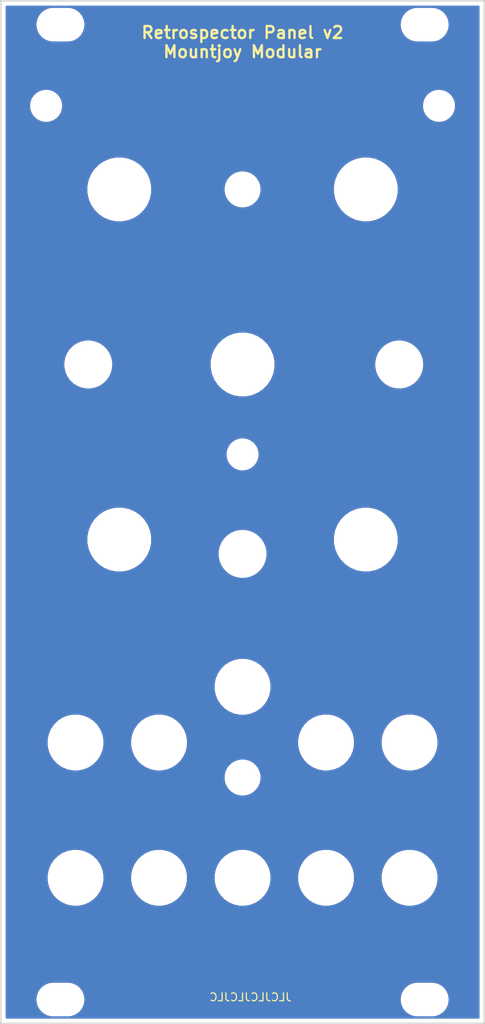
<source format=kicad_pcb>
(kicad_pcb (version 20171130) (host pcbnew "(5.1.9)-1")

  (general
    (thickness 1.6)
    (drawings 71)
    (tracks 0)
    (zones 0)
    (modules 28)
    (nets 1)
  )

  (page A4)
  (layers
    (0 F.Cu signal)
    (31 B.Cu signal)
    (36 B.SilkS user)
    (37 F.SilkS user hide)
    (38 B.Mask user)
    (39 F.Mask user)
    (40 Dwgs.User user hide)
    (41 Cmts.User user)
    (44 Edge.Cuts user)
    (45 Margin user)
    (46 B.CrtYd user)
    (47 F.CrtYd user)
    (48 B.Fab user)
    (49 F.Fab user hide)
  )

  (setup
    (last_trace_width 0.4)
    (user_trace_width 0.3)
    (user_trace_width 0.4)
    (user_trace_width 0.5)
    (trace_clearance 0.2)
    (zone_clearance 0.508)
    (zone_45_only no)
    (trace_min 0.2)
    (via_size 0.8)
    (via_drill 0.4)
    (via_min_size 0.4)
    (via_min_drill 0.3)
    (uvia_size 0.3)
    (uvia_drill 0.1)
    (uvias_allowed no)
    (uvia_min_size 0.2)
    (uvia_min_drill 0.1)
    (edge_width 0.1)
    (segment_width 0.2)
    (pcb_text_width 0.3)
    (pcb_text_size 1.5 1.5)
    (mod_edge_width 0.15)
    (mod_text_size 1 1)
    (mod_text_width 0.15)
    (pad_size 1.5 1.5)
    (pad_drill 0.6)
    (pad_to_mask_clearance 0)
    (solder_mask_min_width 0.25)
    (aux_axis_origin 0 0)
    (visible_elements 7FEDF77F)
    (pcbplotparams
      (layerselection 0x010f0_ffffffff)
      (usegerberextensions false)
      (usegerberattributes false)
      (usegerberadvancedattributes false)
      (creategerberjobfile false)
      (excludeedgelayer true)
      (linewidth 0.100000)
      (plotframeref false)
      (viasonmask false)
      (mode 1)
      (useauxorigin false)
      (hpglpennumber 1)
      (hpglpenspeed 20)
      (hpglpendiameter 15.000000)
      (psnegative false)
      (psa4output false)
      (plotreference true)
      (plotvalue true)
      (plotinvisibletext false)
      (padsonsilk false)
      (subtractmaskfromsilk false)
      (outputformat 1)
      (mirror false)
      (drillshape 0)
      (scaleselection 1)
      (outputdirectory "Gerbers/Panel/"))
  )

  (net 0 "")

  (net_class Default "This is the default net class."
    (clearance 0.2)
    (trace_width 0.4)
    (via_dia 0.8)
    (via_drill 0.4)
    (uvia_dia 0.3)
    (uvia_drill 0.1)
  )

  (net_class Wide_Power ""
    (clearance 0.2)
    (trace_width 0.5)
    (via_dia 0.8)
    (via_drill 0.4)
    (uvia_dia 0.3)
    (uvia_drill 0.1)
  )

  (module Custom_Footprints:Small_Pushbutton_Hole_3.5mm (layer B.Cu) (tedit 5F7CC77F) (tstamp 5F77549C)
    (at 130 138.4)
    (descr "Button Hole 3.5mm")
    (fp_text reference RESET (at 0 5.4) (layer B.SilkS) hide
      (effects (font (size 1 1) (thickness 0.15)) (justify mirror))
    )
    (fp_text value Subminiature_Switch (at 0 -5.1) (layer B.Fab) hide
      (effects (font (size 1 1) (thickness 0.15)) (justify mirror))
    )
    (fp_circle (center 0 0) (end 1.5 0) (layer Cmts.User) (width 0.15))
    (fp_circle (center 0 0) (end 1.6 0) (layer B.CrtYd) (width 0.05))
    (pad "" np_thru_hole circle (at 0 0) (size 3.5 3.5) (drill 3.5) (layers *.Cu *.Mask))
    (model ${KISYS3DMOD}/Button_Switch_THT.3dshapes/SW_PUSH_6mm_H13mm.wrl
      (offset (xyz -3.15 2.25 -11.5))
      (scale (xyz 1 1 1))
      (rotate (xyz 0 0 0))
    )
  )

  (module Custom_Footprints:Small_Pushbutton_Hole_3.5mm (layer B.Cu) (tedit 5F7CC77F) (tstamp 603FF4C1)
    (at 130 64.5)
    (descr "Button Hole 3.5mm")
    (fp_text reference RESET (at 0 5.4) (layer B.SilkS) hide
      (effects (font (size 1 1) (thickness 0.15)) (justify mirror))
    )
    (fp_text value Subminiature_Switch (at 0 -5.1) (layer B.Fab) hide
      (effects (font (size 1 1) (thickness 0.15)) (justify mirror))
    )
    (fp_circle (center 0 0) (end 1.6 0) (layer B.CrtYd) (width 0.05))
    (fp_circle (center 0 0) (end 1.5 0) (layer Cmts.User) (width 0.15))
    (pad "" np_thru_hole circle (at 0 0) (size 3.5 3.5) (drill 3.5) (layers *.Cu *.Mask))
    (model ${KISYS3DMOD}/Button_Switch_THT.3dshapes/SW_PUSH_6mm_H13mm.wrl
      (offset (xyz -3.15 2.25 -11.5))
      (scale (xyz 1 1 1))
      (rotate (xyz 0 0 0))
    )
  )

  (module Custom_Footprints:LED_Hole_3mm (layer B.Cu) (tedit 5F7CCA4A) (tstamp 603FCE07)
    (at 130 97.8 90)
    (descr "Mounting Hole 6mm, no annular")
    (tags "mounting hole 6mm no annular")
    (fp_text reference LED_R (at 0 5.4 90) (layer B.SilkS) hide
      (effects (font (size 1 1) (thickness 0.15)) (justify mirror))
    )
    (fp_text value Subminiature_Switch (at 0 -5.1 90) (layer B.Fab) hide
      (effects (font (size 1 1) (thickness 0.15)) (justify mirror))
    )
    (fp_circle (center 0 0) (end 1.5 0) (layer Cmts.User) (width 0.1))
    (fp_circle (center 0 0) (end 1.6 0) (layer B.CrtYd) (width 0.05))
    (pad "" np_thru_hole circle (at 0 0 90) (size 3 3) (drill 3) (layers *.Cu *.Mask))
    (model ${KISYS3DMOD}/LED_THT.3dshapes/LED_D3.0mm_FlatTop.wrl
      (offset (xyz -1.27 0 -8.300000000000001))
      (scale (xyz 1 1 1))
      (rotate (xyz 0 0 0))
    )
  )

  (module Custom_Footprints:Sub_Miniature_Switch_MountingHole_5mm (layer B.Cu) (tedit 5F7CD364) (tstamp 603FCD4D)
    (at 130 110.3)
    (descr "Mounting Hole 6mm, no annular")
    (tags "mounting hole 6mm no annular")
    (fp_text reference TYPE (at 0 5.4) (layer B.SilkS) hide
      (effects (font (size 1 1) (thickness 0.15)) (justify mirror))
    )
    (fp_text value Subminiature_Switch (at 0 -5.1) (layer B.Fab) hide
      (effects (font (size 1 1) (thickness 0.15)) (justify mirror))
    )
    (fp_circle (center 0 0) (end 2.5 0) (layer Cmts.User) (width 0.15))
    (fp_circle (center 0 0) (end 4 0) (layer B.CrtYd) (width 0.05))
    (pad "" np_thru_hole circle (at 0 0) (size 5 5) (drill 5) (layers *.Cu *.Mask))
    (model ":custom_3d:Eledis 1A11-NF1STSE SPDT Toggle Switch.stp"
      (offset (xyz 0 3.8 -12))
      (scale (xyz 0.8 0.8 0.8))
      (rotate (xyz 0 0 90))
    )
    (model :custom_3d:6mm_Nut.wrl
      (at (xyz 0 0 0))
      (scale (xyz 0.87 0.87 0.87))
      (rotate (xyz 0 0 0))
    )
  )

  (module Custom_Footprints:Thonkiconn_Socket_MountingHole_6mm (layer B.Cu) (tedit 5F7C9DF4) (tstamp 603FCCD1)
    (at 130 127)
    (descr "Mounting Hole 6mm, no annular")
    (tags "mounting hole 6mm no annular")
    (fp_text reference Ref** (at 0 5.8) (layer B.SilkS) hide
      (effects (font (size 1 1) (thickness 0.15)) (justify mirror))
    )
    (fp_text value Thonkiconn_Socket_MountingHole_6mm (at 0 -5.825) (layer B.Fab)
      (effects (font (size 1 1) (thickness 0.15)) (justify mirror))
    )
    (fp_circle (center 0 0) (end 4.5 0) (layer B.CrtYd) (width 0.05))
    (pad "" np_thru_hole circle (at 0 0) (size 6 6) (drill 6) (layers *.Cu *.Mask))
    (model ":custom_3d:PJ301M-12 Thonkiconn v0.2.stp"
      (offset (xyz 0 0.7 -11.5))
      (scale (xyz 1 1 1))
      (rotate (xyz 0 0 0))
    )
    (model :custom_3d:6mm_Nut.wrl
      (at (xyz 0 0 0))
      (scale (xyz 1 1 1))
      (rotate (xyz 0 0 0))
    )
  )

  (module Custom_Footprints:Alpha_9mm_pot_hole (layer B.Cu) (tedit 5F7C9874) (tstamp 5F775307)
    (at 114.5 108.5)
    (descr "Mounting Hole 7mm")
    (tags "mounting hole 7mm")
    (fp_text reference MIX (at 0 6.8) (layer B.SilkS) hide
      (effects (font (size 1 1) (thickness 0.15)) (justify mirror))
    )
    (fp_text value Alpha_9mm_pot_hole (at 0 -7) (layer B.Fab) hide
      (effects (font (size 1 1) (thickness 0.15)) (justify mirror))
    )
    (fp_circle (center 0 0) (end 6 0) (layer B.CrtYd) (width 0.05))
    (fp_circle (center 0 0) (end 3.5 0) (layer Cmts.User) (width 0.15))
    (fp_circle (center 0 0) (end 7.75 0) (layer Dwgs.User) (width 0.15))
    (pad "" np_thru_hole circle (at 0 0) (size 7 7) (drill 7) (layers *.Cu *.Mask))
    (model :custom_3d:Sifam_Knob_Small_Skirted.wrl
      (at (xyz 0 0 0))
      (scale (xyz 1 1 1))
      (rotate (xyz 0 0 0))
    )
  )

  (module Custom_Footprints:Alpha_9mm_pot_hole (layer B.Cu) (tedit 5F7C9874) (tstamp 5F775307)
    (at 145.5 108.5)
    (descr "Mounting Hole 7mm")
    (tags "mounting hole 7mm")
    (fp_text reference FEEDBACK (at 0 6.8) (layer B.SilkS) hide
      (effects (font (size 1 1) (thickness 0.15)) (justify mirror))
    )
    (fp_text value Alpha_9mm_pot_hole (at 0 -7) (layer B.Fab) hide
      (effects (font (size 1 1) (thickness 0.15)) (justify mirror))
    )
    (fp_circle (center 0 0) (end 6 0) (layer B.CrtYd) (width 0.05))
    (fp_circle (center 0 0) (end 3.5 0) (layer Cmts.User) (width 0.15))
    (fp_circle (center 0 0) (end 7.75 0) (layer Dwgs.User) (width 0.15))
    (pad "" np_thru_hole circle (at 0 0) (size 7 7) (drill 7) (layers *.Cu *.Mask))
    (model :custom_3d:Sifam_Knob_Small_Skirted.wrl
      (at (xyz 0 0 0))
      (scale (xyz 1 1 1))
      (rotate (xyz 0 0 0))
    )
  )

  (module Custom_Footprints:Alpha_9mm_pot_hole (layer B.Cu) (tedit 5F7CC90C) (tstamp 5F81E045)
    (at 145.5 64.5)
    (descr "Mounting Hole 7mm")
    (tags "mounting hole 7mm")
    (fp_text reference DELAY_L (at 0 6.8) (layer B.SilkS) hide
      (effects (font (size 1 1) (thickness 0.15)) (justify mirror))
    )
    (fp_text value Alpha_9mm_pot_hole (at 0 -7) (layer B.Fab) hide
      (effects (font (size 1 1) (thickness 0.15)) (justify mirror))
    )
    (fp_circle (center 0 0) (end 6 0) (layer B.CrtYd) (width 0.05))
    (fp_circle (center 0 0) (end 3.5 0) (layer Cmts.User) (width 0.15))
    (fp_circle (center 0 0) (end 7.75 0) (layer Dwgs.User) (width 0.15))
    (pad "" np_thru_hole circle (at 0 0) (size 7 7) (drill 7) (layers *.Cu *.Mask))
    (model :custom_3d:Sifam_Knob_Small_Skirted.wrl
      (at (xyz 0 0 0))
      (scale (xyz 1 1 1))
      (rotate (xyz 0 0 0))
    )
  )

  (module Custom_Footprints:Sub_Miniature_Switch_MountingHole_5mm (layer B.Cu) (tedit 5F7CD364) (tstamp 5F775477)
    (at 110.6 86.5)
    (descr "Mounting Hole 6mm, no annular")
    (tags "mounting hole 6mm no annular")
    (fp_text reference TYPE (at 0 5.4) (layer B.SilkS) hide
      (effects (font (size 1 1) (thickness 0.15)) (justify mirror))
    )
    (fp_text value Subminiature_Switch (at 0 -5.1) (layer B.Fab) hide
      (effects (font (size 1 1) (thickness 0.15)) (justify mirror))
    )
    (fp_circle (center 0 0) (end 2.5 0) (layer Cmts.User) (width 0.15))
    (fp_circle (center 0 0) (end 4 0) (layer B.CrtYd) (width 0.05))
    (pad "" np_thru_hole circle (at 0 0) (size 5 5) (drill 5) (layers *.Cu *.Mask))
    (model ":custom_3d:Eledis 1A11-NF1STSE SPDT Toggle Switch.stp"
      (offset (xyz 0 3.8 -12))
      (scale (xyz 0.8 0.8 0.8))
      (rotate (xyz 0 0 90))
    )
    (model :custom_3d:6mm_Nut.wrl
      (at (xyz 0 0 0))
      (scale (xyz 0.87 0.87 0.87))
      (rotate (xyz 0 0 0))
    )
  )

  (module Custom_Footprints:Sub_Miniature_Switch_MountingHole_5mm (layer B.Cu) (tedit 5F7CD364) (tstamp 5F775458)
    (at 149.7 86.5)
    (descr "Mounting Hole 6mm, no annular")
    (tags "mounting hole 6mm no annular")
    (fp_text reference MODE (at 0 5.4) (layer B.SilkS) hide
      (effects (font (size 1 1) (thickness 0.15)) (justify mirror))
    )
    (fp_text value Subminiature_Switch (at 0 -5.1) (layer B.Fab) hide
      (effects (font (size 1 1) (thickness 0.15)) (justify mirror))
    )
    (fp_circle (center 0 0) (end 4 0) (layer B.CrtYd) (width 0.05))
    (fp_circle (center 0 0) (end 2.5 0) (layer Cmts.User) (width 0.15))
    (pad "" np_thru_hole circle (at 0 0) (size 5 5) (drill 5) (layers *.Cu *.Mask))
    (model ":custom_3d:Eledis 1A11-NF1STSE SPDT Toggle Switch.stp"
      (offset (xyz 0 3.8 -12))
      (scale (xyz 0.8 0.8 0.8))
      (rotate (xyz 0 0 90))
    )
    (model :custom_3d:6mm_Nut.wrl
      (at (xyz 0 0 0))
      (scale (xyz 0.87 0.87 0.87))
      (rotate (xyz 0 0 0))
    )
  )

  (module Custom_Footprints:LED_Hole_3mm (layer B.Cu) (tedit 5F7CCA4A) (tstamp 5F775414)
    (at 105.3 54)
    (descr "Mounting Hole 6mm, no annular")
    (tags "mounting hole 6mm no annular")
    (fp_text reference LED_R (at 0 5.4) (layer B.SilkS) hide
      (effects (font (size 1 1) (thickness 0.15)) (justify mirror))
    )
    (fp_text value Subminiature_Switch (at 0 -5.1) (layer B.Fab) hide
      (effects (font (size 1 1) (thickness 0.15)) (justify mirror))
    )
    (fp_circle (center 0 0) (end 1.6 0) (layer B.CrtYd) (width 0.05))
    (fp_circle (center 0 0) (end 1.5 0) (layer Cmts.User) (width 0.1))
    (pad "" np_thru_hole circle (at 0 0) (size 3 3) (drill 3) (layers *.Cu *.Mask))
    (model ${KISYS3DMOD}/LED_THT.3dshapes/LED_D3.0mm_FlatTop.wrl
      (offset (xyz -1.27 0 -8.300000000000001))
      (scale (xyz 1 1 1))
      (rotate (xyz 0 0 0))
    )
  )

  (module Custom_Footprints:LED_Hole_3mm (layer B.Cu) (tedit 5F7CCA4A) (tstamp 5F775433)
    (at 154.7 54)
    (descr "Mounting Hole 6mm, no annular")
    (tags "mounting hole 6mm no annular")
    (fp_text reference LED_L (at 0 5.4) (layer B.SilkS) hide
      (effects (font (size 1 1) (thickness 0.15)) (justify mirror))
    )
    (fp_text value Subminiature_Switch (at 0 -5.1) (layer B.Fab) hide
      (effects (font (size 1 1) (thickness 0.15)) (justify mirror))
    )
    (fp_circle (center 0 0) (end 1.6 0) (layer B.CrtYd) (width 0.05))
    (fp_circle (center 0 0) (end 1.5 0) (layer Cmts.User) (width 0.1))
    (pad "" np_thru_hole circle (at 0 0) (size 3 3) (drill 3) (layers *.Cu *.Mask))
    (model ${KISYS3DMOD}/LED_THT.3dshapes/LED_D3.0mm_FlatTop.wrl
      (offset (xyz -1.27 0 -8.300000000000001))
      (scale (xyz 1 1 1))
      (rotate (xyz 0 0 0))
    )
  )

  (module Custom_Footprints:Thonkiconn_Socket_MountingHole_6mm (layer B.Cu) (tedit 5F7C9DF4) (tstamp 5F7752A8)
    (at 119.5 151)
    (descr "Mounting Hole 6mm, no annular")
    (tags "mounting hole 6mm no annular")
    (fp_text reference Ref** (at 0 5.8) (layer B.SilkS) hide
      (effects (font (size 1 1) (thickness 0.15)) (justify mirror))
    )
    (fp_text value Thonkiconn_Socket_MountingHole_6mm (at 0 -5.825) (layer B.Fab)
      (effects (font (size 1 1) (thickness 0.15)) (justify mirror))
    )
    (fp_circle (center 0 0) (end 4.5 0) (layer B.CrtYd) (width 0.05))
    (pad "" np_thru_hole circle (at 0 0) (size 6 6) (drill 6) (layers *.Cu *.Mask))
    (model ":custom_3d:PJ301M-12 Thonkiconn v0.2.stp"
      (offset (xyz 0 0.7 -11.5))
      (scale (xyz 1 1 1))
      (rotate (xyz 0 0 0))
    )
    (model :custom_3d:6mm_Nut.wrl
      (at (xyz 0 0 0))
      (scale (xyz 1 1 1))
      (rotate (xyz 0 0 0))
    )
  )

  (module Custom_Footprints:Thonkiconn_Socket_MountingHole_6mm (layer B.Cu) (tedit 5F7C9DF4) (tstamp 5F7752A8)
    (at 109 151)
    (descr "Mounting Hole 6mm, no annular")
    (tags "mounting hole 6mm no annular")
    (fp_text reference Ref** (at 0 5.8) (layer B.SilkS) hide
      (effects (font (size 1 1) (thickness 0.15)) (justify mirror))
    )
    (fp_text value Thonkiconn_Socket_MountingHole_6mm (at 0 -5.825) (layer B.Fab)
      (effects (font (size 1 1) (thickness 0.15)) (justify mirror))
    )
    (fp_circle (center 0 0) (end 4.5 0) (layer B.CrtYd) (width 0.05))
    (pad "" np_thru_hole circle (at 0 0) (size 6 6) (drill 6) (layers *.Cu *.Mask))
    (model ":custom_3d:PJ301M-12 Thonkiconn v0.2.stp"
      (offset (xyz 0 0.7 -11.5))
      (scale (xyz 1 1 1))
      (rotate (xyz 0 0 0))
    )
    (model :custom_3d:6mm_Nut.wrl
      (at (xyz 0 0 0))
      (scale (xyz 1 1 1))
      (rotate (xyz 0 0 0))
    )
  )

  (module Custom_Footprints:Thonkiconn_Socket_MountingHole_6mm (layer B.Cu) (tedit 5F7C9DF4) (tstamp 5F7752A8)
    (at 140.5 151)
    (descr "Mounting Hole 6mm, no annular")
    (tags "mounting hole 6mm no annular")
    (fp_text reference Ref** (at 0 5.8) (layer B.SilkS) hide
      (effects (font (size 1 1) (thickness 0.15)) (justify mirror))
    )
    (fp_text value Thonkiconn_Socket_MountingHole_6mm (at 0 -5.825) (layer B.Fab)
      (effects (font (size 1 1) (thickness 0.15)) (justify mirror))
    )
    (fp_circle (center 0 0) (end 4.5 0) (layer B.CrtYd) (width 0.05))
    (pad "" np_thru_hole circle (at 0 0) (size 6 6) (drill 6) (layers *.Cu *.Mask))
    (model ":custom_3d:PJ301M-12 Thonkiconn v0.2.stp"
      (offset (xyz 0 0.7 -11.5))
      (scale (xyz 1 1 1))
      (rotate (xyz 0 0 0))
    )
    (model :custom_3d:6mm_Nut.wrl
      (at (xyz 0 0 0))
      (scale (xyz 1 1 1))
      (rotate (xyz 0 0 0))
    )
  )

  (module Custom_Footprints:Thonkiconn_Socket_MountingHole_6mm (layer B.Cu) (tedit 5F7C9DF4) (tstamp 5F7752A8)
    (at 151 151)
    (descr "Mounting Hole 6mm, no annular")
    (tags "mounting hole 6mm no annular")
    (fp_text reference Ref** (at 0 5.8) (layer B.SilkS) hide
      (effects (font (size 1 1) (thickness 0.15)) (justify mirror))
    )
    (fp_text value Thonkiconn_Socket_MountingHole_6mm (at 0 -5.825) (layer B.Fab)
      (effects (font (size 1 1) (thickness 0.15)) (justify mirror))
    )
    (fp_circle (center 0 0) (end 4.5 0) (layer B.CrtYd) (width 0.05))
    (pad "" np_thru_hole circle (at 0 0) (size 6 6) (drill 6) (layers *.Cu *.Mask))
    (model ":custom_3d:PJ301M-12 Thonkiconn v0.2.stp"
      (offset (xyz 0 0.7 -11.5))
      (scale (xyz 1 1 1))
      (rotate (xyz 0 0 0))
    )
    (model :custom_3d:6mm_Nut.wrl
      (at (xyz 0 0 0))
      (scale (xyz 1 1 1))
      (rotate (xyz 0 0 0))
    )
  )

  (module Custom_Footprints:Thonkiconn_Socket_MountingHole_6mm (layer B.Cu) (tedit 5F7C9DF4) (tstamp 5F7752A8)
    (at 151 134)
    (descr "Mounting Hole 6mm, no annular")
    (tags "mounting hole 6mm no annular")
    (fp_text reference Ref** (at 0 5.8) (layer B.SilkS) hide
      (effects (font (size 1 1) (thickness 0.15)) (justify mirror))
    )
    (fp_text value Thonkiconn_Socket_MountingHole_6mm (at 0 -5.825) (layer B.Fab)
      (effects (font (size 1 1) (thickness 0.15)) (justify mirror))
    )
    (fp_circle (center 0 0) (end 4.5 0) (layer B.CrtYd) (width 0.05))
    (pad "" np_thru_hole circle (at 0 0) (size 6 6) (drill 6) (layers *.Cu *.Mask))
    (model ":custom_3d:PJ301M-12 Thonkiconn v0.2.stp"
      (offset (xyz 0 0.7 -11.5))
      (scale (xyz 1 1 1))
      (rotate (xyz 0 0 0))
    )
    (model :custom_3d:6mm_Nut.wrl
      (at (xyz 0 0 0))
      (scale (xyz 1 1 1))
      (rotate (xyz 0 0 0))
    )
  )

  (module Custom_Footprints:Thonkiconn_Socket_MountingHole_6mm (layer B.Cu) (tedit 5F7C9DF4) (tstamp 5F7752A8)
    (at 140.5 134)
    (descr "Mounting Hole 6mm, no annular")
    (tags "mounting hole 6mm no annular")
    (fp_text reference Ref** (at 0 5.8) (layer B.SilkS) hide
      (effects (font (size 1 1) (thickness 0.15)) (justify mirror))
    )
    (fp_text value Thonkiconn_Socket_MountingHole_6mm (at 0 -5.825) (layer B.Fab)
      (effects (font (size 1 1) (thickness 0.15)) (justify mirror))
    )
    (fp_circle (center 0 0) (end 4.5 0) (layer B.CrtYd) (width 0.05))
    (pad "" np_thru_hole circle (at 0 0) (size 6 6) (drill 6) (layers *.Cu *.Mask))
    (model ":custom_3d:PJ301M-12 Thonkiconn v0.2.stp"
      (offset (xyz 0 0.7 -11.5))
      (scale (xyz 1 1 1))
      (rotate (xyz 0 0 0))
    )
    (model :custom_3d:6mm_Nut.wrl
      (at (xyz 0 0 0))
      (scale (xyz 1 1 1))
      (rotate (xyz 0 0 0))
    )
  )

  (module Custom_Footprints:Thonkiconn_Socket_MountingHole_6mm (layer B.Cu) (tedit 5F7C9DF4) (tstamp 5F7752A8)
    (at 130 151)
    (descr "Mounting Hole 6mm, no annular")
    (tags "mounting hole 6mm no annular")
    (fp_text reference Ref** (at 0 5.8) (layer B.SilkS) hide
      (effects (font (size 1 1) (thickness 0.15)) (justify mirror))
    )
    (fp_text value Thonkiconn_Socket_MountingHole_6mm (at 0 -5.825) (layer B.Fab)
      (effects (font (size 1 1) (thickness 0.15)) (justify mirror))
    )
    (fp_circle (center 0 0) (end 4.5 0) (layer B.CrtYd) (width 0.05))
    (pad "" np_thru_hole circle (at 0 0) (size 6 6) (drill 6) (layers *.Cu *.Mask))
    (model ":custom_3d:PJ301M-12 Thonkiconn v0.2.stp"
      (offset (xyz 0 0.7 -11.5))
      (scale (xyz 1 1 1))
      (rotate (xyz 0 0 0))
    )
    (model :custom_3d:6mm_Nut.wrl
      (at (xyz 0 0 0))
      (scale (xyz 1 1 1))
      (rotate (xyz 0 0 0))
    )
  )

  (module Custom_Footprints:Thonkiconn_Socket_MountingHole_6mm (layer B.Cu) (tedit 5F7C9DF4) (tstamp 5F775284)
    (at 119.5 134)
    (descr "Mounting Hole 6mm, no annular")
    (tags "mounting hole 6mm no annular")
    (fp_text reference Ref** (at 0 5.8) (layer B.SilkS) hide
      (effects (font (size 1 1) (thickness 0.15)) (justify mirror))
    )
    (fp_text value Thonkiconn_Socket_MountingHole_6mm (at 0 -5.825) (layer B.Fab)
      (effects (font (size 1 1) (thickness 0.15)) (justify mirror))
    )
    (fp_circle (center 0 0) (end 4.5 0) (layer B.CrtYd) (width 0.05))
    (pad "" np_thru_hole circle (at 0 0) (size 6 6) (drill 6) (layers *.Cu *.Mask))
    (model ":custom_3d:PJ301M-12 Thonkiconn v0.2.stp"
      (offset (xyz 0 0.7 -11.5))
      (scale (xyz 1 1 1))
      (rotate (xyz 0 0 0))
    )
    (model :custom_3d:6mm_Nut.wrl
      (at (xyz 0 0 0))
      (scale (xyz 1 1 1))
      (rotate (xyz 0 0 0))
    )
  )

  (module Custom_Footprints:Thonkiconn_Socket_MountingHole_6mm (layer B.Cu) (tedit 5F7C9DF4) (tstamp 5F77522A)
    (at 109 134)
    (descr "Mounting Hole 6mm, no annular")
    (tags "mounting hole 6mm no annular")
    (fp_text reference Ref** (at 0 5.8) (layer B.SilkS) hide
      (effects (font (size 1 1) (thickness 0.15)) (justify mirror))
    )
    (fp_text value Thonkiconn_Socket_MountingHole_6mm (at 0 -5.825) (layer B.Fab)
      (effects (font (size 1 1) (thickness 0.15)) (justify mirror))
    )
    (fp_circle (center 0 0) (end 4.5 0) (layer B.CrtYd) (width 0.05))
    (pad "" np_thru_hole circle (at 0 0) (size 6 6) (drill 6) (layers *.Cu *.Mask))
    (model ":custom_3d:PJ301M-12 Thonkiconn v0.2.stp"
      (offset (xyz 0 0.7 -11.5))
      (scale (xyz 1 1 1))
      (rotate (xyz 0 0 0))
    )
    (model :custom_3d:6mm_Nut.wrl
      (at (xyz 0 0 0))
      (scale (xyz 1 1 1))
      (rotate (xyz 0 0 0))
    )
  )

  (module Custom_Footprints:Alpha_9mm_pot_hole (layer B.Cu) (tedit 5F7C9874) (tstamp 604121B4)
    (at 114.5 64.5)
    (descr "Mounting Hole 7mm")
    (tags "mounting hole 7mm")
    (fp_text reference DELAY_R (at 0 6.8) (layer B.SilkS) hide
      (effects (font (size 1 1) (thickness 0.15)) (justify mirror))
    )
    (fp_text value Alpha_9mm_pot_hole (at 0 -7) (layer B.Fab) hide
      (effects (font (size 1 1) (thickness 0.15)) (justify mirror))
    )
    (fp_circle (center 0 0) (end 6 0) (layer B.CrtYd) (width 0.05))
    (fp_circle (center 0 0) (end 3.5 0) (layer Cmts.User) (width 0.15))
    (fp_circle (center 0 0) (end 7.75 0) (layer Dwgs.User) (width 0.15))
    (pad "" np_thru_hole circle (at 0 0) (size 7 7) (drill 7) (layers *.Cu *.Mask))
    (model :custom_3d:Sifam_Knob_Small_Skirted.wrl
      (at (xyz 0 0 0))
      (scale (xyz 1 1 1))
      (rotate (xyz 0 0 0))
    )
  )

  (module Custom_Footprints:Alpha_9mm_pot_hole (layer B.Cu) (tedit 5F7C9874) (tstamp 5F775307)
    (at 130 86.5)
    (descr "Mounting Hole 7mm")
    (tags "mounting hole 7mm")
    (fp_text reference TONE (at 0 6.8) (layer B.SilkS) hide
      (effects (font (size 1 1) (thickness 0.15)) (justify mirror))
    )
    (fp_text value Alpha_9mm_pot_hole (at 0 -7) (layer B.Fab) hide
      (effects (font (size 1 1) (thickness 0.15)) (justify mirror))
    )
    (fp_circle (center 0 0) (end 6 0) (layer B.CrtYd) (width 0.05))
    (fp_circle (center 0 0) (end 3.5 0) (layer Cmts.User) (width 0.15))
    (fp_circle (center 0 0) (end 7.75 0) (layer Dwgs.User) (width 0.15))
    (pad "" np_thru_hole circle (at 0 0) (size 7 7) (drill 7) (layers *.Cu *.Mask))
    (model :custom_3d:Sifam_Knob_Large_Short_Unskirted.step
      (at (xyz 0 0 0))
      (scale (xyz 1 1 1))
      (rotate (xyz 0 0 0))
    )
  )

  (module logo:retrospector (layer B.Cu) (tedit 0) (tstamp 5F7AF818)
    (at 129.5 44.9 180)
    (fp_text reference G*** (at 0 0) (layer B.SilkS) hide
      (effects (font (size 1.524 1.524) (thickness 0.3)) (justify mirror))
    )
    (fp_text value LOGO (at 0.75 0) (layer B.SilkS) hide
      (effects (font (size 1.524 1.524) (thickness 0.3)) (justify mirror))
    )
    (fp_poly (pts (xy -13.260256 1.417863) (xy -13.010392 1.405169) (xy -12.824314 1.378117) (xy -12.670499 1.332788)
      (xy -12.573 1.291717) (xy -12.281545 1.129089) (xy -12.094815 0.943559) (xy -11.990805 0.703994)
      (xy -11.949266 0.409264) (xy -11.941038 0.167802) (xy -11.961288 0.000725) (xy -12.020908 -0.143359)
      (xy -12.090163 -0.255434) (xy -12.197231 -0.403878) (xy -12.280101 -0.495198) (xy -12.304026 -0.508972)
      (xy -12.393245 -0.540176) (xy -12.440713 -0.566888) (xy -12.474085 -0.617262) (xy -12.443772 -0.704476)
      (xy -12.339515 -0.85001) (xy -12.258047 -0.949458) (xy -12.124156 -1.116229) (xy -12.034812 -1.240908)
      (xy -12.009281 -1.296603) (xy -12.009334 -1.296652) (xy -12.074685 -1.334646) (xy -12.218899 -1.410545)
      (xy -12.360527 -1.48259) (xy -12.554999 -1.572872) (xy -12.671729 -1.603121) (xy -12.741403 -1.579426)
      (xy -12.758647 -1.561597) (xy -12.826346 -1.461968) (xy -12.928831 -1.291713) (xy -13.017595 -1.134993)
      (xy -13.2057 -0.79375) (xy -13.208 -1.4605) (xy -14.267618 -1.4605) (xy -14.322327 -0.191891)
      (xy -13.207897 -0.191891) (xy -13.193871 -0.339448) (xy -13.170042 -0.397791) (xy -13.080113 -0.410086)
      (xy -12.941068 -0.361466) (xy -12.842875 -0.299867) (xy -12.768382 -0.172899) (xy -12.783186 -0.012856)
      (xy -12.879256 0.131752) (xy -12.919458 0.16276) (xy -13.051838 0.223642) (xy -13.141708 0.223976)
      (xy -13.179435 0.142071) (xy -13.202292 -0.013968) (xy -13.207897 -0.191891) (xy -14.322327 -0.191891)
      (xy -14.328549 -0.047625) (xy -14.345377 0.362317) (xy -14.358759 0.727851) (xy -14.368152 1.030539)
      (xy -14.373017 1.251945) (xy -14.37281 1.373633) (xy -14.370794 1.391154) (xy -14.303806 1.40152)
      (xy -14.135444 1.410455) (xy -13.891335 1.416989) (xy -13.60543 1.42012) (xy -13.260256 1.417863)) (layer B.Mask) (width 0.01))
    (fp_poly (pts (xy -6.148256 1.417863) (xy -5.898392 1.405169) (xy -5.712314 1.378117) (xy -5.558499 1.332788)
      (xy -5.461 1.291717) (xy -5.169545 1.129089) (xy -4.982815 0.943559) (xy -4.878805 0.703994)
      (xy -4.837266 0.409264) (xy -4.829038 0.167802) (xy -4.849288 0.000725) (xy -4.908908 -0.143359)
      (xy -4.978163 -0.255434) (xy -5.085231 -0.403878) (xy -5.168101 -0.495198) (xy -5.192026 -0.508972)
      (xy -5.281245 -0.540176) (xy -5.328713 -0.566888) (xy -5.362085 -0.617262) (xy -5.331772 -0.704476)
      (xy -5.227515 -0.85001) (xy -5.146047 -0.949458) (xy -5.012156 -1.116229) (xy -4.922812 -1.240908)
      (xy -4.897281 -1.296603) (xy -4.897334 -1.296652) (xy -4.962685 -1.334646) (xy -5.106899 -1.410545)
      (xy -5.248527 -1.48259) (xy -5.442999 -1.572872) (xy -5.559729 -1.603121) (xy -5.629403 -1.579426)
      (xy -5.646647 -1.561597) (xy -5.714346 -1.461968) (xy -5.816831 -1.291713) (xy -5.905595 -1.134993)
      (xy -6.0937 -0.79375) (xy -6.096 -1.4605) (xy -7.155618 -1.4605) (xy -7.210327 -0.191891)
      (xy -6.095897 -0.191891) (xy -6.081871 -0.339448) (xy -6.058042 -0.397791) (xy -5.968113 -0.410086)
      (xy -5.829068 -0.361466) (xy -5.730875 -0.299867) (xy -5.656382 -0.172899) (xy -5.671186 -0.012856)
      (xy -5.767256 0.131752) (xy -5.807458 0.16276) (xy -5.939838 0.223642) (xy -6.029708 0.223976)
      (xy -6.067435 0.142071) (xy -6.090292 -0.013968) (xy -6.095897 -0.191891) (xy -7.210327 -0.191891)
      (xy -7.216549 -0.047625) (xy -7.233377 0.362317) (xy -7.246759 0.727851) (xy -7.256152 1.030539)
      (xy -7.261017 1.251945) (xy -7.26081 1.373633) (xy -7.258794 1.391154) (xy -7.191806 1.40152)
      (xy -7.023444 1.410455) (xy -6.779335 1.416989) (xy -6.49343 1.42012) (xy -6.148256 1.417863)) (layer B.Mask) (width 0.01))
    (fp_poly (pts (xy 12.965244 1.417863) (xy 13.215108 1.405169) (xy 13.401186 1.378117) (xy 13.555001 1.332788)
      (xy 13.6525 1.291717) (xy 13.943955 1.129089) (xy 14.130685 0.943559) (xy 14.234695 0.703994)
      (xy 14.276234 0.409264) (xy 14.284462 0.167802) (xy 14.264212 0.000725) (xy 14.204592 -0.143359)
      (xy 14.135337 -0.255434) (xy 14.028269 -0.403878) (xy 13.945399 -0.495198) (xy 13.921474 -0.508972)
      (xy 13.832255 -0.540176) (xy 13.784787 -0.566888) (xy 13.751415 -0.617262) (xy 13.781728 -0.704476)
      (xy 13.885985 -0.85001) (xy 13.967453 -0.949458) (xy 14.101344 -1.116229) (xy 14.190688 -1.240908)
      (xy 14.216219 -1.296603) (xy 14.216166 -1.296652) (xy 14.150815 -1.334646) (xy 14.006601 -1.410545)
      (xy 13.864973 -1.48259) (xy 13.670501 -1.572872) (xy 13.553771 -1.603121) (xy 13.484097 -1.579426)
      (xy 13.466853 -1.561597) (xy 13.399154 -1.461968) (xy 13.296669 -1.291713) (xy 13.207905 -1.134993)
      (xy 13.0198 -0.79375) (xy 13.0175 -1.4605) (xy 11.957882 -1.4605) (xy 11.903173 -0.191891)
      (xy 13.017603 -0.191891) (xy 13.031629 -0.339448) (xy 13.055458 -0.397791) (xy 13.145387 -0.410086)
      (xy 13.284432 -0.361466) (xy 13.382625 -0.299867) (xy 13.457118 -0.172899) (xy 13.442314 -0.012856)
      (xy 13.346244 0.131752) (xy 13.306042 0.16276) (xy 13.173662 0.223642) (xy 13.083792 0.223976)
      (xy 13.046065 0.142071) (xy 13.023208 -0.013968) (xy 13.017603 -0.191891) (xy 11.903173 -0.191891)
      (xy 11.896951 -0.047625) (xy 11.880123 0.362317) (xy 11.866741 0.727851) (xy 11.857348 1.030539)
      (xy 11.852483 1.251945) (xy 11.85269 1.373633) (xy 11.854706 1.391154) (xy 11.921694 1.40152)
      (xy 12.090056 1.410455) (xy 12.334165 1.416989) (xy 12.62007 1.42012) (xy 12.965244 1.417863)) (layer B.Mask) (width 0.01))
    (fp_poly (pts (xy -2.960994 1.4069) (xy -2.650773 1.213027) (xy -2.409438 0.924995) (xy -2.341859 0.796378)
      (xy -2.258826 0.511288) (xy -2.222289 0.157361) (xy -2.231837 -0.216219) (xy -2.287061 -0.560268)
      (xy -2.354836 -0.762) (xy -2.556611 -1.113505) (xy -2.798095 -1.350775) (xy -3.093936 -1.484076)
      (xy -3.441722 -1.523762) (xy -3.777249 -1.483916) (xy -3.999378 -1.388724) (xy -4.17209 -1.271537)
      (xy -4.302155 -1.144401) (xy -4.424271 -0.967947) (xy -4.523741 -0.79375) (xy -4.595573 -0.6374)
      (xy -4.638699 -0.464782) (xy -4.65973 -0.237317) (xy -4.660191 -0.214552) (xy -3.768597 -0.214552)
      (xy -3.756893 -0.437782) (xy -3.697512 -0.646988) (xy -3.596938 -0.807899) (xy -3.461652 -0.886244)
      (xy -3.429 -0.889) (xy -3.307796 -0.839429) (xy -3.197631 -0.725243) (xy -3.110857 -0.512918)
      (xy -3.086987 -0.269757) (xy -3.124015 -0.042117) (xy -3.219935 0.12365) (xy -3.234952 0.136896)
      (xy -3.354655 0.221429) (xy -3.429 0.254) (xy -3.509471 0.217733) (xy -3.623049 0.136896)
      (xy -3.726144 -0.011569) (xy -3.768597 -0.214552) (xy -4.660191 -0.214552) (xy -4.665186 0.03175)
      (xy -4.661996 0.319845) (xy -4.644673 0.521216) (xy -4.605326 0.675989) (xy -4.536064 0.824286)
      (xy -4.495228 0.895867) (xy -4.307989 1.157689) (xy -4.09071 1.330015) (xy -3.801758 1.44281)
      (xy -3.69969 1.468415) (xy -3.317999 1.495675) (xy -2.960994 1.4069)) (layer B.Mask) (width 0.01))
    (fp_poly (pts (xy -0.723784 1.451704) (xy -0.545966 1.432289) (xy -0.461743 1.409001) (xy -0.418742 1.322741)
      (xy -0.378678 1.135687) (xy -0.346815 0.874024) (xy -0.341641 0.811807) (xy -0.299546 0.264169)
      (xy -0.476744 0.24321) (xy -0.653207 0.192134) (xy -0.732066 0.084746) (xy -0.716118 -0.090462)
      (xy -0.615934 -0.329741) (xy -0.52225 -0.538648) (xy -0.459982 -0.722998) (xy -0.4445 -0.813689)
      (xy -0.501451 -1.07455) (xy -0.659399 -1.283434) (xy -0.898987 -1.428913) (xy -1.200859 -1.49956)
      (xy -1.545659 -1.483943) (xy -1.571625 -1.479185) (xy -1.685086 -1.41657) (xy -1.715368 -1.344958)
      (xy -1.732422 -1.196652) (xy -1.754524 -1.095375) (xy -1.763088 -0.989511) (xy -1.687289 -0.95442)
      (xy -1.63185 -0.9525) (xy -1.402876 -0.923467) (xy -1.28659 -0.837849) (xy -1.283117 -0.697865)
      (xy -1.392579 -0.505735) (xy -1.594644 -0.283362) (xy -1.875759 0.031193) (xy -2.040009 0.32223)
      (xy -2.09183 0.603855) (xy -2.035655 0.89017) (xy -1.994347 0.987722) (xy -1.820845 1.208966)
      (xy -1.548461 1.363892) (xy -1.189937 1.446752) (xy -0.948327 1.459528) (xy -0.723784 1.451704)) (layer B.Mask) (width 0.01))
    (fp_poly (pts (xy 6.291025 1.393367) (xy 6.453059 1.369945) (xy 6.546535 1.302864) (xy 6.590305 1.169648)
      (xy 6.603221 0.94782) (xy 6.604 0.725057) (xy 6.604 0.254) (xy 6.375672 0.254)
      (xy 6.100131 0.205223) (xy 5.872548 0.072904) (xy 5.727282 -0.121935) (xy 5.716812 -0.149096)
      (xy 5.659416 -0.378782) (xy 5.684375 -0.556975) (xy 5.801813 -0.736642) (xy 5.836807 -0.776873)
      (xy 5.972249 -0.908228) (xy 6.103681 -0.96545) (xy 6.292929 -0.973915) (xy 6.315039 -0.973147)
      (xy 6.607964 -0.962044) (xy 6.565072 -1.195397) (xy 6.519328 -1.36072) (xy 6.462035 -1.466765)
      (xy 6.451965 -1.475402) (xy 6.317033 -1.513919) (xy 6.101179 -1.524517) (xy 5.846719 -1.509961)
      (xy 5.59597 -1.473015) (xy 5.391248 -1.416442) (xy 5.362206 -1.40423) (xy 5.033859 -1.190565)
      (xy 4.780909 -0.896707) (xy 4.608752 -0.547033) (xy 4.522786 -0.165917) (xy 4.528408 0.222266)
      (xy 4.631015 0.593142) (xy 4.836005 0.922336) (xy 4.844794 0.932454) (xy 5.098343 1.162955)
      (xy 5.392584 1.309363) (xy 5.755219 1.382398) (xy 6.041581 1.395606) (xy 6.291025 1.393367)) (layer B.Mask) (width 0.01))
    (fp_poly (pts (xy 10.882006 1.4069) (xy 11.192227 1.213027) (xy 11.433562 0.924995) (xy 11.501141 0.796378)
      (xy 11.584174 0.511288) (xy 11.620711 0.157361) (xy 11.611163 -0.216219) (xy 11.555939 -0.560268)
      (xy 11.488164 -0.762) (xy 11.286389 -1.113505) (xy 11.044905 -1.350775) (xy 10.749064 -1.484076)
      (xy 10.401278 -1.523762) (xy 10.065751 -1.483916) (xy 9.843622 -1.388724) (xy 9.67091 -1.271537)
      (xy 9.540845 -1.144401) (xy 9.418729 -0.967947) (xy 9.319259 -0.79375) (xy 9.247427 -0.6374)
      (xy 9.204301 -0.464782) (xy 9.18327 -0.237317) (xy 9.182809 -0.214552) (xy 10.074403 -0.214552)
      (xy 10.086107 -0.437782) (xy 10.145488 -0.646988) (xy 10.246062 -0.807899) (xy 10.381348 -0.886244)
      (xy 10.414 -0.889) (xy 10.535204 -0.839429) (xy 10.645369 -0.725243) (xy 10.732143 -0.512918)
      (xy 10.756013 -0.269757) (xy 10.718985 -0.042117) (xy 10.623065 0.12365) (xy 10.608048 0.136896)
      (xy 10.488345 0.221429) (xy 10.414 0.254) (xy 10.333529 0.217733) (xy 10.219951 0.136896)
      (xy 10.116856 -0.011569) (xy 10.074403 -0.214552) (xy 9.182809 -0.214552) (xy 9.177814 0.03175)
      (xy 9.181004 0.319845) (xy 9.198327 0.521216) (xy 9.237674 0.675989) (xy 9.306936 0.824286)
      (xy 9.347772 0.895867) (xy 9.535011 1.157689) (xy 9.75229 1.330015) (xy 10.041242 1.44281)
      (xy 10.14331 1.468415) (xy 10.525001 1.495675) (xy 10.882006 1.4069)) (layer B.Mask) (width 0.01))
    (fp_poly (pts (xy -9.89079 0.936626) (xy -9.905781 0.626932) (xy -9.925495 0.423012) (xy -9.961875 0.303848)
      (xy -10.026866 0.248418) (xy -10.13241 0.235702) (xy -10.284197 0.244254) (xy -10.473061 0.253114)
      (xy -10.567806 0.236171) (xy -10.600802 0.178986) (xy -10.6045 0.101379) (xy -10.595331 0.004497)
      (xy -10.546358 -0.044386) (xy -10.425381 -0.061581) (xy -10.279063 -0.0635) (xy -9.953625 -0.0635)
      (xy -9.993313 -0.261937) (xy -10.021221 -0.41763) (xy -10.032999 -0.515415) (xy -10.033 -0.515937)
      (xy -10.089771 -0.549077) (xy -10.233404 -0.568953) (xy -10.31875 -0.5715) (xy -10.494416 -0.576862)
      (xy -10.577611 -0.608757) (xy -10.602837 -0.690893) (xy -10.6045 -0.767876) (xy -10.6045 -0.964253)
      (xy -10.255261 -0.942501) (xy -9.906022 -0.92075) (xy -9.946101 -1.143) (xy -9.980065 -1.30454)
      (xy -10.010329 -1.406792) (xy -10.013338 -1.412875) (xy -10.083513 -1.430778) (xy -10.255852 -1.445608)
      (xy -10.505531 -1.45596) (xy -10.807726 -1.460424) (xy -10.853567 -1.4605) (xy -11.666638 -1.4605)
      (xy -11.713131 -0.116396) (xy -11.728456 0.287732) (xy -11.744795 0.651308) (xy -11.761039 0.954286)
      (xy -11.77608 1.176616) (xy -11.78881 1.298249) (xy -11.792106 1.312354) (xy -11.782295 1.345435)
      (xy -11.713115 1.369025) (xy -11.569024 1.384518) (xy -11.334484 1.393306) (xy -10.993952 1.396782)
      (xy -10.847344 1.397001) (xy -9.870099 1.397001) (xy -9.89079 0.936626)) (layer B.Mask) (width 0.01))
    (fp_poly (pts (xy -7.452977 1.254125) (xy -7.472943 1.117646) (xy -7.487111 0.903144) (xy -7.492133 0.682625)
      (xy -7.493 0.254) (xy -8.045865 0.254) (xy -8.086933 -0.23183) (xy -8.108017 -0.5343)
      (xy -8.122834 -0.848155) (xy -8.128 -1.08908) (xy -8.128 -1.4605) (xy -8.565094 -1.4605)
      (xy -8.797761 -1.456813) (xy -8.933824 -1.439679) (xy -9.003607 -1.399983) (xy -9.037432 -1.328613)
      (xy -9.040477 -1.317625) (xy -9.057286 -1.193207) (xy -9.07054 -0.978293) (xy -9.078351 -0.709379)
      (xy -9.079633 -0.560818) (xy -9.083844 -0.284666) (xy -9.094431 -0.049865) (xy -9.10954 0.109956)
      (xy -9.119044 0.153557) (xy -9.199112 0.224839) (xy -9.378662 0.253016) (xy -9.436544 0.254)
      (xy -9.7155 0.254) (xy -9.7155 1.397) (xy -7.414688 1.397) (xy -7.452977 1.254125)) (layer B.Mask) (width 0.01))
    (fp_poly (pts (xy 0.973825 1.426432) (xy 1.197947 1.415585) (xy 1.362143 1.390372) (xy 1.499933 1.344956)
      (xy 1.64484 1.2735) (xy 1.68995 1.248755) (xy 1.996222 1.029263) (xy 2.187243 0.76671)
      (xy 2.271894 0.444889) (xy 2.273236 0.184021) (xy 2.189159 -0.190412) (xy 2.003769 -0.497941)
      (xy 1.729839 -0.724452) (xy 1.380142 -0.855833) (xy 1.322647 -0.86635) (xy 1.157803 -0.908044)
      (xy 1.08806 -0.9769) (xy 1.078632 -1.03999) (xy 1.068339 -1.240519) (xy 1.024312 -1.364703)
      (xy 0.922108 -1.430663) (xy 0.73728 -1.456516) (xy 0.511318 -1.4605) (xy 0.02145 -1.4605)
      (xy -0.038109 -0.087728) (xy 1.0795 -0.087728) (xy 1.0795 -0.437893) (xy 1.270382 -0.371351)
      (xy 1.442452 -0.25837) (xy 1.501983 -0.142576) (xy 1.502998 0.057116) (xy 1.399359 0.191961)
      (xy 1.24772 0.242343) (xy 1.151667 0.246977) (xy 1.101579 0.211695) (xy 1.082507 0.107164)
      (xy 1.0795 -0.087728) (xy -0.038109 -0.087728) (xy -0.039849 -0.047625) (xy -0.056554 0.362738)
      (xy -0.069369 0.729099) (xy -0.077819 1.032921) (xy -0.081428 1.255669) (xy -0.07972 1.378807)
      (xy -0.076945 1.397) (xy -0.007559 1.409716) (xy 0.162211 1.420007) (xy 0.405751 1.426718)
      (xy 0.656254 1.42875) (xy 0.973825 1.426432)) (layer B.Mask) (width 0.01))
    (fp_poly (pts (xy 4.33321 0.936626) (xy 4.318219 0.626932) (xy 4.298505 0.423012) (xy 4.262125 0.303848)
      (xy 4.197134 0.248418) (xy 4.09159 0.235702) (xy 3.939803 0.244254) (xy 3.750939 0.253114)
      (xy 3.656194 0.236171) (xy 3.623198 0.178986) (xy 3.6195 0.101379) (xy 3.628669 0.004497)
      (xy 3.677642 -0.044386) (xy 3.798619 -0.061581) (xy 3.944937 -0.0635) (xy 4.270375 -0.0635)
      (xy 4.230687 -0.261937) (xy 4.202779 -0.41763) (xy 4.191001 -0.515415) (xy 4.191 -0.515937)
      (xy 4.134229 -0.549077) (xy 3.990596 -0.568953) (xy 3.90525 -0.5715) (xy 3.729584 -0.576862)
      (xy 3.646389 -0.608757) (xy 3.621163 -0.690893) (xy 3.6195 -0.767876) (xy 3.6195 -0.964253)
      (xy 3.968739 -0.942501) (xy 4.317978 -0.92075) (xy 4.277899 -1.143) (xy 4.243935 -1.30454)
      (xy 4.213671 -1.406792) (xy 4.210662 -1.412875) (xy 4.140487 -1.430778) (xy 3.968148 -1.445608)
      (xy 3.718469 -1.45596) (xy 3.416274 -1.460424) (xy 3.370433 -1.4605) (xy 2.557362 -1.4605)
      (xy 2.510869 -0.116396) (xy 2.495544 0.287732) (xy 2.479205 0.651308) (xy 2.462961 0.954286)
      (xy 2.44792 1.176616) (xy 2.43519 1.298249) (xy 2.431894 1.312354) (xy 2.441705 1.345435)
      (xy 2.510885 1.369025) (xy 2.654976 1.384518) (xy 2.889516 1.393306) (xy 3.230048 1.396782)
      (xy 3.376656 1.397001) (xy 4.353901 1.397001) (xy 4.33321 0.936626)) (layer B.Mask) (width 0.01))
    (fp_poly (pts (xy 8.993523 1.254125) (xy 8.973557 1.117646) (xy 8.959389 0.903144) (xy 8.954367 0.682625)
      (xy 8.9535 0.254) (xy 8.400635 0.254) (xy 8.359567 -0.23183) (xy 8.338483 -0.5343)
      (xy 8.323666 -0.848155) (xy 8.3185 -1.08908) (xy 8.3185 -1.4605) (xy 7.881406 -1.4605)
      (xy 7.648739 -1.456813) (xy 7.512676 -1.439679) (xy 7.442893 -1.399983) (xy 7.409068 -1.328613)
      (xy 7.406023 -1.317625) (xy 7.389214 -1.193207) (xy 7.37596 -0.978293) (xy 7.368149 -0.709379)
      (xy 7.366867 -0.560818) (xy 7.362656 -0.284666) (xy 7.352069 -0.049865) (xy 7.33696 0.109956)
      (xy 7.327456 0.153557) (xy 7.247388 0.224839) (xy 7.067838 0.253016) (xy 7.009956 0.254)
      (xy 6.731 0.254) (xy 6.731 1.397) (xy 9.031812 1.397) (xy 8.993523 1.254125)) (layer B.Mask) (width 0.01))
  )

  (module Custom_Footprints:Oval_Mounting_Hole (layer F.Cu) (tedit 5DD7CD6B) (tstamp 5F7753A0)
    (at 152.9 166.3)
    (descr "Mounting Hole 6mm, no annular")
    (tags "mounting hole 6mm no annular")
    (fp_text reference Ref** (at 0 -3.5) (layer F.SilkS) hide
      (effects (font (size 1 1) (thickness 0.15)))
    )
    (fp_text value Oval_Mounting_Hole (at 0 5.08) (layer F.Fab) hide
      (effects (font (size 1 1) (thickness 0.15)))
    )
    (fp_line (start 5.08 -3) (end 7.5 -3) (layer Dwgs.User) (width 0.15))
    (fp_line (start 5.08 3) (end 7.5 3) (layer Dwgs.User) (width 0.15))
    (fp_line (start 7.5 1.27) (end 7.5 3) (layer Dwgs.User) (width 0.15))
    (fp_line (start 7.5 -3) (end 7.5 -1.27) (layer Dwgs.User) (width 0.15))
    (fp_line (start -7.5 3) (end -5.08 3) (layer Dwgs.User) (width 0.15))
    (fp_line (start -7.5 -3) (end -5.08 -3) (layer Dwgs.User) (width 0.15))
    (fp_line (start -7.5 1.27) (end -7.5 3) (layer Dwgs.User) (width 0.15))
    (fp_line (start -7.5 -3) (end -7.5 -1.27) (layer Dwgs.User) (width 0.15))
    (fp_circle (center 0 0) (end 1.54 0) (layer Cmts.User) (width 0.15))
    (pad "" np_thru_hole oval (at 0 0) (size 5 3.2) (drill oval 5 3.2) (layers *.Cu *.Mask))
  )

  (module Custom_Footprints:Oval_Mounting_Hole (layer F.Cu) (tedit 5DD7CD6B) (tstamp 5F7753A0)
    (at 107.1 166.3)
    (descr "Mounting Hole 6mm, no annular")
    (tags "mounting hole 6mm no annular")
    (fp_text reference Ref** (at 0 -3.5) (layer F.SilkS) hide
      (effects (font (size 1 1) (thickness 0.15)))
    )
    (fp_text value Oval_Mounting_Hole (at 0 5.08) (layer F.Fab) hide
      (effects (font (size 1 1) (thickness 0.15)))
    )
    (fp_line (start 5.08 -3) (end 7.5 -3) (layer Dwgs.User) (width 0.15))
    (fp_line (start 5.08 3) (end 7.5 3) (layer Dwgs.User) (width 0.15))
    (fp_line (start 7.5 1.27) (end 7.5 3) (layer Dwgs.User) (width 0.15))
    (fp_line (start 7.5 -3) (end 7.5 -1.27) (layer Dwgs.User) (width 0.15))
    (fp_line (start -7.5 3) (end -5.08 3) (layer Dwgs.User) (width 0.15))
    (fp_line (start -7.5 -3) (end -5.08 -3) (layer Dwgs.User) (width 0.15))
    (fp_line (start -7.5 1.27) (end -7.5 3) (layer Dwgs.User) (width 0.15))
    (fp_line (start -7.5 -3) (end -7.5 -1.27) (layer Dwgs.User) (width 0.15))
    (fp_circle (center 0 0) (end 1.54 0) (layer Cmts.User) (width 0.15))
    (pad "" np_thru_hole oval (at 0 0) (size 5 3.2) (drill oval 5 3.2) (layers *.Cu *.Mask))
  )

  (module Custom_Footprints:Oval_Mounting_Hole (layer F.Cu) (tedit 5DD7CD6B) (tstamp 5F7753A0)
    (at 152.9 43.8)
    (descr "Mounting Hole 6mm, no annular")
    (tags "mounting hole 6mm no annular")
    (fp_text reference Ref** (at 0 -3.5) (layer F.SilkS) hide
      (effects (font (size 1 1) (thickness 0.15)))
    )
    (fp_text value Oval_Mounting_Hole (at 0 5.08) (layer F.Fab) hide
      (effects (font (size 1 1) (thickness 0.15)))
    )
    (fp_line (start 5.08 -3) (end 7.5 -3) (layer Dwgs.User) (width 0.15))
    (fp_line (start 5.08 3) (end 7.5 3) (layer Dwgs.User) (width 0.15))
    (fp_line (start 7.5 1.27) (end 7.5 3) (layer Dwgs.User) (width 0.15))
    (fp_line (start 7.5 -3) (end 7.5 -1.27) (layer Dwgs.User) (width 0.15))
    (fp_line (start -7.5 3) (end -5.08 3) (layer Dwgs.User) (width 0.15))
    (fp_line (start -7.5 -3) (end -5.08 -3) (layer Dwgs.User) (width 0.15))
    (fp_line (start -7.5 1.27) (end -7.5 3) (layer Dwgs.User) (width 0.15))
    (fp_line (start -7.5 -3) (end -7.5 -1.27) (layer Dwgs.User) (width 0.15))
    (fp_circle (center 0 0) (end 1.54 0) (layer Cmts.User) (width 0.15))
    (pad "" np_thru_hole oval (at 0 0) (size 5 3.2) (drill oval 5 3.2) (layers *.Cu *.Mask))
  )

  (module Custom_Footprints:Oval_Mounting_Hole (layer F.Cu) (tedit 5DD7CD6B) (tstamp 5F775391)
    (at 107.1 43.8)
    (descr "Mounting Hole 6mm, no annular")
    (tags "mounting hole 6mm no annular")
    (fp_text reference Ref** (at 0 -3.5) (layer F.SilkS) hide
      (effects (font (size 1 1) (thickness 0.15)))
    )
    (fp_text value Oval_Mounting_Hole (at 0 5.08) (layer F.Fab) hide
      (effects (font (size 1 1) (thickness 0.15)))
    )
    (fp_circle (center 0 0) (end 1.54 0) (layer Cmts.User) (width 0.15))
    (fp_line (start -7.5 -3) (end -7.5 -1.27) (layer Dwgs.User) (width 0.15))
    (fp_line (start -7.5 1.27) (end -7.5 3) (layer Dwgs.User) (width 0.15))
    (fp_line (start -7.5 -3) (end -5.08 -3) (layer Dwgs.User) (width 0.15))
    (fp_line (start -7.5 3) (end -5.08 3) (layer Dwgs.User) (width 0.15))
    (fp_line (start 7.5 -3) (end 7.5 -1.27) (layer Dwgs.User) (width 0.15))
    (fp_line (start 7.5 1.27) (end 7.5 3) (layer Dwgs.User) (width 0.15))
    (fp_line (start 5.08 3) (end 7.5 3) (layer Dwgs.User) (width 0.15))
    (fp_line (start 5.08 -3) (end 7.5 -3) (layer Dwgs.User) (width 0.15))
    (pad "" np_thru_hole oval (at 0 0) (size 5 3.2) (drill oval 5 3.2) (layers *.Cu *.Mask))
  )

  (gr_line (start 130 94.8) (end 130 92.5) (layer B.Mask) (width 0.4))
  (gr_line (start 120.5 73.75) (end 99.75 73.75) (layer B.Mask) (width 0.4))
  (gr_line (start 130 86.5) (end 120.5 73.75) (layer B.Mask) (width 0.4))
  (gr_line (start 139.5 73.75) (end 130 86.5) (layer B.Mask) (width 0.4))
  (gr_line (start 160.25 73.75) (end 139.5 73.75) (layer B.Mask) (width 0.4))
  (gr_circle (center 130 64.5) (end 132.3 64.5) (layer B.Mask) (width 0.2) (tstamp 604121C3))
  (gr_circle (center 130 97.8) (end 133 97.8) (layer B.Mask) (width 0.4) (tstamp 60411988))
  (gr_circle (center 130 86.5) (end 141.501739 86.5) (layer F.Fab) (width 0.4))
  (gr_text Link (at 130 58.5) (layer B.Mask) (tstamp 603FF4E4)
    (effects (font (size 2 2) (thickness 0.3)) (justify mirror))
  )
  (gr_text Wide (at 149.9 92.9) (layer B.Mask) (tstamp 603FD217)
    (effects (font (size 2 2) (thickness 0.3)) (justify mirror))
  )
  (gr_text Reverse (at 110.7 92.6) (layer B.Mask) (tstamp 603FD1A3)
    (effects (font (size 2 2) (thickness 0.3)) (justify mirror))
  )
  (gr_line (start 130 100.8) (end 130 123.5) (layer B.Mask) (width 0.4) (tstamp 603FCFE8))
  (gr_text Reset (at 130 142.2) (layer B.Mask) (tstamp 603FCE5B)
    (effects (font (size 1.5 1.5) (thickness 0.15)) (justify mirror))
  )
  (gr_line (start 140.5 134) (end 140.5 115) (layer B.Mask) (width 0.4) (tstamp 5F81D184))
  (gr_line (start 140.5 115) (end 145.5 108.5) (layer B.Mask) (width 0.4) (tstamp 5F81D271))
  (gr_line (start 114.5 108.5) (end 119.5 115) (layer B.Mask) (width 0.4) (tstamp 5F81D26E))
  (gr_line (start 119.5 115) (end 119.5 134) (layer B.Mask) (width 0.4) (tstamp 5F81D18B))
  (gr_poly (pts (xy 124 157) (xy 104 157) (xy 104 156) (xy 124 156)) (layer B.Mask) (width 0.1) (tstamp 5F81E79D))
  (gr_poly (pts (xy 124 146.5) (xy 104 146.5) (xy 104 145.5) (xy 124 145.5)) (layer B.Mask) (width 0.1) (tstamp 5F81E793))
  (gr_circle (center 124 156) (end 124.5 156) (layer B.Mask) (width 1) (tstamp 5F81E77A))
  (gr_circle (center 124 146.5) (end 124.5 146.5) (layer B.Mask) (width 1) (tstamp 5F81E778))
  (gr_circle (center 104 156) (end 104.5 156) (layer B.Mask) (width 1) (tstamp 5F81E776))
  (gr_circle (center 104 146.5) (end 104.5 146.5) (layer B.Mask) (width 1))
  (gr_line (start 140 150.9) (end 151 150.9) (layer B.Mask) (width 0.4) (tstamp 5F81D0B1))
  (gr_line (start 100 162.5) (end 160.25 162.5) (layer B.Mask) (width 0.4) (tstamp 5F81CA24))
  (gr_poly (pts (xy 125 156) (xy 103 156) (xy 103 146.5) (xy 125 146.5)) (layer B.Mask) (width 0.1))
  (gr_text JLCJLCJLCJLC (at 131 166) (layer F.SilkS)
    (effects (font (size 1 1) (thickness 0.15)) (justify mirror))
  )
  (gr_text Clock (at 129.9 159.5) (layer B.Mask) (tstamp 5F775683)
    (effects (font (size 2 2) (thickness 0.3)) (justify mirror))
  )
  (gr_text "Del L" (at 151.5 142) (layer B.Mask) (tstamp 5F775675)
    (effects (font (size 2 2) (thickness 0.3)) (justify mirror))
  )
  (gr_text "Del R" (at 109 142) (layer B.Mask) (tstamp 5F775672)
    (effects (font (size 2 2) (thickness 0.3)) (justify mirror))
  )
  (gr_text L (at 119.8 159.5) (layer B.Mask) (tstamp 5F775667)
    (effects (font (size 2 2) (thickness 0.3)) (justify mirror))
  )
  (gr_text Out (at 114.3 159.5) (layer B.Mask) (tstamp 5F775666)
    (effects (font (size 2 2) (thickness 0.3)) (justify mirror))
  )
  (gr_text R (at 109 159.5) (layer B.Mask) (tstamp 5F775665)
    (effects (font (size 2 2) (thickness 0.3)) (justify mirror))
  )
  (gr_text R (at 140.5 159.5) (layer B.Mask) (tstamp 5F77565C)
    (effects (font (size 2 2) (thickness 0.3)) (justify mirror))
  )
  (gr_text L (at 151 159.5) (layer B.Mask) (tstamp 5F77565A)
    (effects (font (size 2 2) (thickness 0.3)) (justify mirror))
  )
  (gr_text In (at 145.5 159.5) (layer B.Mask) (tstamp 5F775656)
    (effects (font (size 2 2) (thickness 0.3)) (justify mirror))
  )
  (gr_text Dry/Wet (at 111 117.08) (layer B.Mask) (tstamp 5F775653)
    (effects (font (size 2 2) (thickness 0.3)) (justify mirror))
  )
  (gr_text Feedback (at 150 117.28) (layer B.Mask) (tstamp 5F77564F)
    (effects (font (size 2 2) (thickness 0.3)) (justify mirror))
  )
  (gr_text Short (at 110.6 80) (layer B.Mask) (tstamp 5F77564C)
    (effects (font (size 2 2) (thickness 0.3)) (justify mirror))
  )
  (gr_text Chorus (at 149.8 80.3) (layer B.Mask) (tstamp 5F775649)
    (effects (font (size 2 2) (thickness 0.3)) (justify mirror))
  )
  (gr_text Filter (at 130 75.1) (layer B.Mask) (tstamp 5F775643)
    (effects (font (size 2 2) (thickness 0.3)) (justify mirror))
  )
  (gr_text "Delay R" (at 114.6 53.9) (layer B.Mask) (tstamp 5F775640)
    (effects (font (size 2 2) (thickness 0.3)) (justify mirror))
  )
  (gr_text "Delay L" (at 145.5 54) (layer B.Mask)
    (effects (font (size 2 2) (thickness 0.3)) (justify mirror))
  )
  (gr_text "Mountjoy Modular" (at 130 166) (layer B.Mask)
    (effects (font (size 1.5 1.5) (thickness 0.2)) (justify mirror))
  )
  (gr_line (start 154.7 53.3) (end 154.7 62.6) (layer Dwgs.User) (width 0.05) (tstamp 5F7750A3))
  (gr_line (start 105.3 53.2) (end 105.3 62.5) (layer Dwgs.User) (width 0.05) (tstamp 5F77509D))
  (gr_line (start 100 58) (end 160 58) (layer Dwgs.User) (width 0.02) (tstamp 5F77509B))
  (gr_line (start 146 79) (end 146 93.5) (layer Dwgs.User) (width 0.05) (tstamp 5F775096))
  (gr_line (start 113 79) (end 113 93.5) (layer Dwgs.User) (width 0.05) (tstamp 5F775094))
  (gr_line (start 151 125) (end 151 159) (layer Dwgs.User) (width 0.05) (tstamp 5F775091))
  (gr_line (start 140.5 125) (end 140.5 159) (layer Dwgs.User) (width 0.05) (tstamp 5F77508F))
  (gr_line (start 119.5 125) (end 119.5 159) (layer Dwgs.User) (width 0.05) (tstamp 5F77508B))
  (gr_line (start 109 125) (end 109 159) (layer Dwgs.User) (width 0.05) (tstamp 5F775086))
  (gr_line (start 100.65 151) (end 159.85 151) (layer Dwgs.User) (width 0.02) (tstamp 5F774CF5))
  (gr_line (start 100.55 134) (end 159.75 134) (layer Dwgs.User) (width 0.02) (tstamp 5F774CF3))
  (gr_line (start 145.5 101.4) (end 145.5 120.39) (layer Dwgs.User) (width 0.02) (tstamp 5F774B89))
  (gr_line (start 114.5 101.2) (end 114.5 120.5) (layer Dwgs.User) (width 0.05) (tstamp 5F774B88))
  (gr_line (start 100.7 108.5) (end 159.9 108.5) (layer Dwgs.User) (width 0.02) (tstamp 5F774B70))
  (gr_line (start 100.2 86.5) (end 159.4 86.5) (layer Dwgs.User) (width 0.02) (tstamp 5F774B50))
  (gr_line (start 100 64.5) (end 160 64.5) (layer Dwgs.User) (width 0.02) (tstamp 5F76F9A2))
  (gr_line (start 143.5 57.01) (end 143.5 76) (layer Dwgs.User) (width 0.02) (tstamp 5F76F94A))
  (gr_line (start 116.5 56.7) (end 116.5 76) (layer Dwgs.User) (width 0.05) (tstamp 5F76F901))
  (gr_line (start 160.4 40.8) (end 160.4 169.3) (layer Edge.Cuts) (width 0.2) (tstamp 5F76F823))
  (gr_line (start 99.6 40.8) (end 160.4 40.8) (layer Edge.Cuts) (width 0.2) (tstamp 5F76F778))
  (gr_line (start 99.6 169.3) (end 160.4 169.3) (layer Edge.Cuts) (width 0.2) (tstamp 5F76F777))
  (gr_line (start 99.6 40.8) (end 99.6 169.3) (layer Edge.Cuts) (width 0.2) (tstamp 5F76F776))
  (gr_text "Retrospector Panel v2\nMountjoy Modular" (at 130 46) (layer F.SilkS) (tstamp 5F75C974)
    (effects (font (size 1.5 1.5) (thickness 0.3)))
  )
  (gr_line (start 160 50) (end 160 160) (layer Dwgs.User) (width 0.2) (tstamp 5E91CFB5))
  (gr_line (start 100 160) (end 160 160) (layer Dwgs.User) (width 0.2) (tstamp 5C8E1733))
  (gr_line (start 100 50) (end 100 160) (layer Dwgs.User) (width 0.2))
  (gr_line (start 100 50) (end 160 50) (layer Dwgs.User) (width 0.2))

  (zone (net 0) (net_name "") (layer F.Cu) (tstamp 5F837949) (hatch edge 0.508)
    (connect_pads (clearance 0.508))
    (min_thickness 0.254)
    (fill yes (arc_segments 16) (thermal_gap 0.508) (thermal_bridge_width 0.508))
    (polygon
      (pts
        (xy 99.6 40.8) (xy 160.4 40.8) (xy 160.4 169.3) (xy 99.6 169.3)
      )
    )
    (filled_polygon
      (pts
        (xy 159.665001 168.565) (xy 100.335 168.565) (xy 100.335 166.3) (xy 103.954186 166.3) (xy 103.997339 166.738137)
        (xy 104.125138 167.159436) (xy 104.332674 167.547707) (xy 104.61197 167.88803) (xy 104.952293 168.167326) (xy 105.340564 168.374862)
        (xy 105.761863 168.502661) (xy 106.090204 168.535) (xy 108.109796 168.535) (xy 108.438137 168.502661) (xy 108.859436 168.374862)
        (xy 109.247707 168.167326) (xy 109.58803 167.88803) (xy 109.867326 167.547707) (xy 110.074862 167.159436) (xy 110.202661 166.738137)
        (xy 110.245814 166.3) (xy 149.754186 166.3) (xy 149.797339 166.738137) (xy 149.925138 167.159436) (xy 150.132674 167.547707)
        (xy 150.41197 167.88803) (xy 150.752293 168.167326) (xy 151.140564 168.374862) (xy 151.561863 168.502661) (xy 151.890204 168.535)
        (xy 153.909796 168.535) (xy 154.238137 168.502661) (xy 154.659436 168.374862) (xy 155.047707 168.167326) (xy 155.38803 167.88803)
        (xy 155.667326 167.547707) (xy 155.874862 167.159436) (xy 156.002661 166.738137) (xy 156.045814 166.3) (xy 156.002661 165.861863)
        (xy 155.874862 165.440564) (xy 155.667326 165.052293) (xy 155.38803 164.71197) (xy 155.047707 164.432674) (xy 154.659436 164.225138)
        (xy 154.238137 164.097339) (xy 153.909796 164.065) (xy 151.890204 164.065) (xy 151.561863 164.097339) (xy 151.140564 164.225138)
        (xy 150.752293 164.432674) (xy 150.41197 164.71197) (xy 150.132674 165.052293) (xy 149.925138 165.440564) (xy 149.797339 165.861863)
        (xy 149.754186 166.3) (xy 110.245814 166.3) (xy 110.202661 165.861863) (xy 110.074862 165.440564) (xy 109.867326 165.052293)
        (xy 109.58803 164.71197) (xy 109.247707 164.432674) (xy 108.859436 164.225138) (xy 108.438137 164.097339) (xy 108.109796 164.065)
        (xy 106.090204 164.065) (xy 105.761863 164.097339) (xy 105.340564 164.225138) (xy 104.952293 164.432674) (xy 104.61197 164.71197)
        (xy 104.332674 165.052293) (xy 104.125138 165.440564) (xy 103.997339 165.861863) (xy 103.954186 166.3) (xy 100.335 166.3)
        (xy 100.335 150.641984) (xy 105.365 150.641984) (xy 105.365 151.358016) (xy 105.504691 152.06029) (xy 105.778705 152.721818)
        (xy 106.176511 153.317177) (xy 106.682823 153.823489) (xy 107.278182 154.221295) (xy 107.93971 154.495309) (xy 108.641984 154.635)
        (xy 109.358016 154.635) (xy 110.06029 154.495309) (xy 110.721818 154.221295) (xy 111.317177 153.823489) (xy 111.823489 153.317177)
        (xy 112.221295 152.721818) (xy 112.495309 152.06029) (xy 112.635 151.358016) (xy 112.635 150.641984) (xy 115.865 150.641984)
        (xy 115.865 151.358016) (xy 116.004691 152.06029) (xy 116.278705 152.721818) (xy 116.676511 153.317177) (xy 117.182823 153.823489)
        (xy 117.778182 154.221295) (xy 118.43971 154.495309) (xy 119.141984 154.635) (xy 119.858016 154.635) (xy 120.56029 154.495309)
        (xy 121.221818 154.221295) (xy 121.817177 153.823489) (xy 122.323489 153.317177) (xy 122.721295 152.721818) (xy 122.995309 152.06029)
        (xy 123.135 151.358016) (xy 123.135 150.641984) (xy 126.365 150.641984) (xy 126.365 151.358016) (xy 126.504691 152.06029)
        (xy 126.778705 152.721818) (xy 127.176511 153.317177) (xy 127.682823 153.823489) (xy 128.278182 154.221295) (xy 128.93971 154.495309)
        (xy 129.641984 154.635) (xy 130.358016 154.635) (xy 131.06029 154.495309) (xy 131.721818 154.221295) (xy 132.317177 153.823489)
        (xy 132.823489 153.317177) (xy 133.221295 152.721818) (xy 133.495309 152.06029) (xy 133.635 151.358016) (xy 133.635 150.641984)
        (xy 136.865 150.641984) (xy 136.865 151.358016) (xy 137.004691 152.06029) (xy 137.278705 152.721818) (xy 137.676511 153.317177)
        (xy 138.182823 153.823489) (xy 138.778182 154.221295) (xy 139.43971 154.495309) (xy 140.141984 154.635) (xy 140.858016 154.635)
        (xy 141.56029 154.495309) (xy 142.221818 154.221295) (xy 142.817177 153.823489) (xy 143.323489 153.317177) (xy 143.721295 152.721818)
        (xy 143.995309 152.06029) (xy 144.135 151.358016) (xy 144.135 150.641984) (xy 147.365 150.641984) (xy 147.365 151.358016)
        (xy 147.504691 152.06029) (xy 147.778705 152.721818) (xy 148.176511 153.317177) (xy 148.682823 153.823489) (xy 149.278182 154.221295)
        (xy 149.93971 154.495309) (xy 150.641984 154.635) (xy 151.358016 154.635) (xy 152.06029 154.495309) (xy 152.721818 154.221295)
        (xy 153.317177 153.823489) (xy 153.823489 153.317177) (xy 154.221295 152.721818) (xy 154.495309 152.06029) (xy 154.635 151.358016)
        (xy 154.635 150.641984) (xy 154.495309 149.93971) (xy 154.221295 149.278182) (xy 153.823489 148.682823) (xy 153.317177 148.176511)
        (xy 152.721818 147.778705) (xy 152.06029 147.504691) (xy 151.358016 147.365) (xy 150.641984 147.365) (xy 149.93971 147.504691)
        (xy 149.278182 147.778705) (xy 148.682823 148.176511) (xy 148.176511 148.682823) (xy 147.778705 149.278182) (xy 147.504691 149.93971)
        (xy 147.365 150.641984) (xy 144.135 150.641984) (xy 143.995309 149.93971) (xy 143.721295 149.278182) (xy 143.323489 148.682823)
        (xy 142.817177 148.176511) (xy 142.221818 147.778705) (xy 141.56029 147.504691) (xy 140.858016 147.365) (xy 140.141984 147.365)
        (xy 139.43971 147.504691) (xy 138.778182 147.778705) (xy 138.182823 148.176511) (xy 137.676511 148.682823) (xy 137.278705 149.278182)
        (xy 137.004691 149.93971) (xy 136.865 150.641984) (xy 133.635 150.641984) (xy 133.495309 149.93971) (xy 133.221295 149.278182)
        (xy 132.823489 148.682823) (xy 132.317177 148.176511) (xy 131.721818 147.778705) (xy 131.06029 147.504691) (xy 130.358016 147.365)
        (xy 129.641984 147.365) (xy 128.93971 147.504691) (xy 128.278182 147.778705) (xy 127.682823 148.176511) (xy 127.176511 148.682823)
        (xy 126.778705 149.278182) (xy 126.504691 149.93971) (xy 126.365 150.641984) (xy 123.135 150.641984) (xy 122.995309 149.93971)
        (xy 122.721295 149.278182) (xy 122.323489 148.682823) (xy 121.817177 148.176511) (xy 121.221818 147.778705) (xy 120.56029 147.504691)
        (xy 119.858016 147.365) (xy 119.141984 147.365) (xy 118.43971 147.504691) (xy 117.778182 147.778705) (xy 117.182823 148.176511)
        (xy 116.676511 148.682823) (xy 116.278705 149.278182) (xy 116.004691 149.93971) (xy 115.865 150.641984) (xy 112.635 150.641984)
        (xy 112.495309 149.93971) (xy 112.221295 149.278182) (xy 111.823489 148.682823) (xy 111.317177 148.176511) (xy 110.721818 147.778705)
        (xy 110.06029 147.504691) (xy 109.358016 147.365) (xy 108.641984 147.365) (xy 107.93971 147.504691) (xy 107.278182 147.778705)
        (xy 106.682823 148.176511) (xy 106.176511 148.682823) (xy 105.778705 149.278182) (xy 105.504691 149.93971) (xy 105.365 150.641984)
        (xy 100.335 150.641984) (xy 100.335 138.165098) (xy 127.615 138.165098) (xy 127.615 138.634902) (xy 127.706654 139.095679)
        (xy 127.88644 139.529721) (xy 128.14745 139.920349) (xy 128.479651 140.25255) (xy 128.870279 140.51356) (xy 129.304321 140.693346)
        (xy 129.765098 140.785) (xy 130.234902 140.785) (xy 130.695679 140.693346) (xy 131.129721 140.51356) (xy 131.520349 140.25255)
        (xy 131.85255 139.920349) (xy 132.11356 139.529721) (xy 132.293346 139.095679) (xy 132.385 138.634902) (xy 132.385 138.165098)
        (xy 132.293346 137.704321) (xy 132.11356 137.270279) (xy 131.85255 136.879651) (xy 131.520349 136.54745) (xy 131.129721 136.28644)
        (xy 130.695679 136.106654) (xy 130.234902 136.015) (xy 129.765098 136.015) (xy 129.304321 136.106654) (xy 128.870279 136.28644)
        (xy 128.479651 136.54745) (xy 128.14745 136.879651) (xy 127.88644 137.270279) (xy 127.706654 137.704321) (xy 127.615 138.165098)
        (xy 100.335 138.165098) (xy 100.335 133.641984) (xy 105.365 133.641984) (xy 105.365 134.358016) (xy 105.504691 135.06029)
        (xy 105.778705 135.721818) (xy 106.176511 136.317177) (xy 106.682823 136.823489) (xy 107.278182 137.221295) (xy 107.93971 137.495309)
        (xy 108.641984 137.635) (xy 109.358016 137.635) (xy 110.06029 137.495309) (xy 110.721818 137.221295) (xy 111.317177 136.823489)
        (xy 111.823489 136.317177) (xy 112.221295 135.721818) (xy 112.495309 135.06029) (xy 112.635 134.358016) (xy 112.635 133.641984)
        (xy 115.865 133.641984) (xy 115.865 134.358016) (xy 116.004691 135.06029) (xy 116.278705 135.721818) (xy 116.676511 136.317177)
        (xy 117.182823 136.823489) (xy 117.778182 137.221295) (xy 118.43971 137.495309) (xy 119.141984 137.635) (xy 119.858016 137.635)
        (xy 120.56029 137.495309) (xy 121.221818 137.221295) (xy 121.817177 136.823489) (xy 122.323489 136.317177) (xy 122.721295 135.721818)
        (xy 122.995309 135.06029) (xy 123.135 134.358016) (xy 123.135 133.641984) (xy 136.865 133.641984) (xy 136.865 134.358016)
        (xy 137.004691 135.06029) (xy 137.278705 135.721818) (xy 137.676511 136.317177) (xy 138.182823 136.823489) (xy 138.778182 137.221295)
        (xy 139.43971 137.495309) (xy 140.141984 137.635) (xy 140.858016 137.635) (xy 141.56029 137.495309) (xy 142.221818 137.221295)
        (xy 142.817177 136.823489) (xy 143.323489 136.317177) (xy 143.721295 135.721818) (xy 143.995309 135.06029) (xy 144.135 134.358016)
        (xy 144.135 133.641984) (xy 147.365 133.641984) (xy 147.365 134.358016) (xy 147.504691 135.06029) (xy 147.778705 135.721818)
        (xy 148.176511 136.317177) (xy 148.682823 136.823489) (xy 149.278182 137.221295) (xy 149.93971 137.495309) (xy 150.641984 137.635)
        (xy 151.358016 137.635) (xy 152.06029 137.495309) (xy 152.721818 137.221295) (xy 153.317177 136.823489) (xy 153.823489 136.317177)
        (xy 154.221295 135.721818) (xy 154.495309 135.06029) (xy 154.635 134.358016) (xy 154.635 133.641984) (xy 154.495309 132.93971)
        (xy 154.221295 132.278182) (xy 153.823489 131.682823) (xy 153.317177 131.176511) (xy 152.721818 130.778705) (xy 152.06029 130.504691)
        (xy 151.358016 130.365) (xy 150.641984 130.365) (xy 149.93971 130.504691) (xy 149.278182 130.778705) (xy 148.682823 131.176511)
        (xy 148.176511 131.682823) (xy 147.778705 132.278182) (xy 147.504691 132.93971) (xy 147.365 133.641984) (xy 144.135 133.641984)
        (xy 143.995309 132.93971) (xy 143.721295 132.278182) (xy 143.323489 131.682823) (xy 142.817177 131.176511) (xy 142.221818 130.778705)
        (xy 141.56029 130.504691) (xy 140.858016 130.365) (xy 140.141984 130.365) (xy 139.43971 130.504691) (xy 138.778182 130.778705)
        (xy 138.182823 131.176511) (xy 137.676511 131.682823) (xy 137.278705 132.278182) (xy 137.004691 132.93971) (xy 136.865 133.641984)
        (xy 123.135 133.641984) (xy 122.995309 132.93971) (xy 122.721295 132.278182) (xy 122.323489 131.682823) (xy 121.817177 131.176511)
        (xy 121.221818 130.778705) (xy 120.56029 130.504691) (xy 119.858016 130.365) (xy 119.141984 130.365) (xy 118.43971 130.504691)
        (xy 117.778182 130.778705) (xy 117.182823 131.176511) (xy 116.676511 131.682823) (xy 116.278705 132.278182) (xy 116.004691 132.93971)
        (xy 115.865 133.641984) (xy 112.635 133.641984) (xy 112.495309 132.93971) (xy 112.221295 132.278182) (xy 111.823489 131.682823)
        (xy 111.317177 131.176511) (xy 110.721818 130.778705) (xy 110.06029 130.504691) (xy 109.358016 130.365) (xy 108.641984 130.365)
        (xy 107.93971 130.504691) (xy 107.278182 130.778705) (xy 106.682823 131.176511) (xy 106.176511 131.682823) (xy 105.778705 132.278182)
        (xy 105.504691 132.93971) (xy 105.365 133.641984) (xy 100.335 133.641984) (xy 100.335 126.641984) (xy 126.365 126.641984)
        (xy 126.365 127.358016) (xy 126.504691 128.06029) (xy 126.778705 128.721818) (xy 127.176511 129.317177) (xy 127.682823 129.823489)
        (xy 128.278182 130.221295) (xy 128.93971 130.495309) (xy 129.641984 130.635) (xy 130.358016 130.635) (xy 131.06029 130.495309)
        (xy 131.721818 130.221295) (xy 132.317177 129.823489) (xy 132.823489 129.317177) (xy 133.221295 128.721818) (xy 133.495309 128.06029)
        (xy 133.635 127.358016) (xy 133.635 126.641984) (xy 133.495309 125.93971) (xy 133.221295 125.278182) (xy 132.823489 124.682823)
        (xy 132.317177 124.176511) (xy 131.721818 123.778705) (xy 131.06029 123.504691) (xy 130.358016 123.365) (xy 129.641984 123.365)
        (xy 128.93971 123.504691) (xy 128.278182 123.778705) (xy 127.682823 124.176511) (xy 127.176511 124.682823) (xy 126.778705 125.278182)
        (xy 126.504691 125.93971) (xy 126.365 126.641984) (xy 100.335 126.641984) (xy 100.335 108.092738) (xy 110.365 108.092738)
        (xy 110.365 108.907262) (xy 110.523906 109.706135) (xy 110.835611 110.458657) (xy 111.288136 111.135909) (xy 111.864091 111.711864)
        (xy 112.541343 112.164389) (xy 113.293865 112.476094) (xy 114.092738 112.635) (xy 114.907262 112.635) (xy 115.706135 112.476094)
        (xy 116.458657 112.164389) (xy 117.135909 111.711864) (xy 117.711864 111.135909) (xy 118.164389 110.458657) (xy 118.358004 109.991229)
        (xy 126.865 109.991229) (xy 126.865 110.608771) (xy 126.985476 111.214446) (xy 127.221799 111.784979) (xy 127.564886 112.298446)
        (xy 128.001554 112.735114) (xy 128.515021 113.078201) (xy 129.085554 113.314524) (xy 129.691229 113.435) (xy 130.308771 113.435)
        (xy 130.914446 113.314524) (xy 131.484979 113.078201) (xy 131.998446 112.735114) (xy 132.435114 112.298446) (xy 132.778201 111.784979)
        (xy 133.014524 111.214446) (xy 133.135 110.608771) (xy 133.135 109.991229) (xy 133.014524 109.385554) (xy 132.778201 108.815021)
        (xy 132.435114 108.301554) (xy 132.226298 108.092738) (xy 141.365 108.092738) (xy 141.365 108.907262) (xy 141.523906 109.706135)
        (xy 141.835611 110.458657) (xy 142.288136 111.135909) (xy 142.864091 111.711864) (xy 143.541343 112.164389) (xy 144.293865 112.476094)
        (xy 145.092738 112.635) (xy 145.907262 112.635) (xy 146.706135 112.476094) (xy 147.458657 112.164389) (xy 148.135909 111.711864)
        (xy 148.711864 111.135909) (xy 149.164389 110.458657) (xy 149.476094 109.706135) (xy 149.635 108.907262) (xy 149.635 108.092738)
        (xy 149.476094 107.293865) (xy 149.164389 106.541343) (xy 148.711864 105.864091) (xy 148.135909 105.288136) (xy 147.458657 104.835611)
        (xy 146.706135 104.523906) (xy 145.907262 104.365) (xy 145.092738 104.365) (xy 144.293865 104.523906) (xy 143.541343 104.835611)
        (xy 142.864091 105.288136) (xy 142.288136 105.864091) (xy 141.835611 106.541343) (xy 141.523906 107.293865) (xy 141.365 108.092738)
        (xy 132.226298 108.092738) (xy 131.998446 107.864886) (xy 131.484979 107.521799) (xy 130.914446 107.285476) (xy 130.308771 107.165)
        (xy 129.691229 107.165) (xy 129.085554 107.285476) (xy 128.515021 107.521799) (xy 128.001554 107.864886) (xy 127.564886 108.301554)
        (xy 127.221799 108.815021) (xy 126.985476 109.385554) (xy 126.865 109.991229) (xy 118.358004 109.991229) (xy 118.476094 109.706135)
        (xy 118.635 108.907262) (xy 118.635 108.092738) (xy 118.476094 107.293865) (xy 118.164389 106.541343) (xy 117.711864 105.864091)
        (xy 117.135909 105.288136) (xy 116.458657 104.835611) (xy 115.706135 104.523906) (xy 114.907262 104.365) (xy 114.092738 104.365)
        (xy 113.293865 104.523906) (xy 112.541343 104.835611) (xy 111.864091 105.288136) (xy 111.288136 105.864091) (xy 110.835611 106.541343)
        (xy 110.523906 107.293865) (xy 110.365 108.092738) (xy 100.335 108.092738) (xy 100.335 97.589721) (xy 127.865 97.589721)
        (xy 127.865 98.010279) (xy 127.947047 98.422756) (xy 128.107988 98.811302) (xy 128.341637 99.160983) (xy 128.639017 99.458363)
        (xy 128.988698 99.692012) (xy 129.377244 99.852953) (xy 129.789721 99.935) (xy 130.210279 99.935) (xy 130.622756 99.852953)
        (xy 131.011302 99.692012) (xy 131.360983 99.458363) (xy 131.658363 99.160983) (xy 131.892012 98.811302) (xy 132.052953 98.422756)
        (xy 132.135 98.010279) (xy 132.135 97.589721) (xy 132.052953 97.177244) (xy 131.892012 96.788698) (xy 131.658363 96.439017)
        (xy 131.360983 96.141637) (xy 131.011302 95.907988) (xy 130.622756 95.747047) (xy 130.210279 95.665) (xy 129.789721 95.665)
        (xy 129.377244 95.747047) (xy 128.988698 95.907988) (xy 128.639017 96.141637) (xy 128.341637 96.439017) (xy 128.107988 96.788698)
        (xy 127.947047 97.177244) (xy 127.865 97.589721) (xy 100.335 97.589721) (xy 100.335 86.191229) (xy 107.465 86.191229)
        (xy 107.465 86.808771) (xy 107.585476 87.414446) (xy 107.821799 87.984979) (xy 108.164886 88.498446) (xy 108.601554 88.935114)
        (xy 109.115021 89.278201) (xy 109.685554 89.514524) (xy 110.291229 89.635) (xy 110.908771 89.635) (xy 111.514446 89.514524)
        (xy 112.084979 89.278201) (xy 112.598446 88.935114) (xy 113.035114 88.498446) (xy 113.378201 87.984979) (xy 113.614524 87.414446)
        (xy 113.735 86.808771) (xy 113.735 86.191229) (xy 113.715409 86.092738) (xy 125.865 86.092738) (xy 125.865 86.907262)
        (xy 126.023906 87.706135) (xy 126.335611 88.458657) (xy 126.788136 89.135909) (xy 127.364091 89.711864) (xy 128.041343 90.164389)
        (xy 128.793865 90.476094) (xy 129.592738 90.635) (xy 130.407262 90.635) (xy 131.206135 90.476094) (xy 131.958657 90.164389)
        (xy 132.635909 89.711864) (xy 133.211864 89.135909) (xy 133.664389 88.458657) (xy 133.976094 87.706135) (xy 134.135 86.907262)
        (xy 134.135 86.191229) (xy 146.565 86.191229) (xy 146.565 86.808771) (xy 146.685476 87.414446) (xy 146.921799 87.984979)
        (xy 147.264886 88.498446) (xy 147.701554 88.935114) (xy 148.215021 89.278201) (xy 148.785554 89.514524) (xy 149.391229 89.635)
        (xy 150.008771 89.635) (xy 150.614446 89.514524) (xy 151.184979 89.278201) (xy 151.698446 88.935114) (xy 152.135114 88.498446)
        (xy 152.478201 87.984979) (xy 152.714524 87.414446) (xy 152.835 86.808771) (xy 152.835 86.191229) (xy 152.714524 85.585554)
        (xy 152.478201 85.015021) (xy 152.135114 84.501554) (xy 151.698446 84.064886) (xy 151.184979 83.721799) (xy 150.614446 83.485476)
        (xy 150.008771 83.365) (xy 149.391229 83.365) (xy 148.785554 83.485476) (xy 148.215021 83.721799) (xy 147.701554 84.064886)
        (xy 147.264886 84.501554) (xy 146.921799 85.015021) (xy 146.685476 85.585554) (xy 146.565 86.191229) (xy 134.135 86.191229)
        (xy 134.135 86.092738) (xy 133.976094 85.293865) (xy 133.664389 84.541343) (xy 133.211864 83.864091) (xy 132.635909 83.288136)
        (xy 131.958657 82.835611) (xy 131.206135 82.523906) (xy 130.407262 82.365) (xy 129.592738 82.365) (xy 128.793865 82.523906)
        (xy 128.041343 82.835611) (xy 127.364091 83.288136) (xy 126.788136 83.864091) (xy 126.335611 84.541343) (xy 126.023906 85.293865)
        (xy 125.865 86.092738) (xy 113.715409 86.092738) (xy 113.614524 85.585554) (xy 113.378201 85.015021) (xy 113.035114 84.501554)
        (xy 112.598446 84.064886) (xy 112.084979 83.721799) (xy 111.514446 83.485476) (xy 110.908771 83.365) (xy 110.291229 83.365)
        (xy 109.685554 83.485476) (xy 109.115021 83.721799) (xy 108.601554 84.064886) (xy 108.164886 84.501554) (xy 107.821799 85.015021)
        (xy 107.585476 85.585554) (xy 107.465 86.191229) (xy 100.335 86.191229) (xy 100.335 64.092738) (xy 110.365 64.092738)
        (xy 110.365 64.907262) (xy 110.523906 65.706135) (xy 110.835611 66.458657) (xy 111.288136 67.135909) (xy 111.864091 67.711864)
        (xy 112.541343 68.164389) (xy 113.293865 68.476094) (xy 114.092738 68.635) (xy 114.907262 68.635) (xy 115.706135 68.476094)
        (xy 116.458657 68.164389) (xy 117.135909 67.711864) (xy 117.711864 67.135909) (xy 118.164389 66.458657) (xy 118.476094 65.706135)
        (xy 118.635 64.907262) (xy 118.635 64.265098) (xy 127.615 64.265098) (xy 127.615 64.734902) (xy 127.706654 65.195679)
        (xy 127.88644 65.629721) (xy 128.14745 66.020349) (xy 128.479651 66.35255) (xy 128.870279 66.61356) (xy 129.304321 66.793346)
        (xy 129.765098 66.885) (xy 130.234902 66.885) (xy 130.695679 66.793346) (xy 131.129721 66.61356) (xy 131.520349 66.35255)
        (xy 131.85255 66.020349) (xy 132.11356 65.629721) (xy 132.293346 65.195679) (xy 132.385 64.734902) (xy 132.385 64.265098)
        (xy 132.350716 64.092738) (xy 141.365 64.092738) (xy 141.365 64.907262) (xy 141.523906 65.706135) (xy 141.835611 66.458657)
        (xy 142.288136 67.135909) (xy 142.864091 67.711864) (xy 143.541343 68.164389) (xy 144.293865 68.476094) (xy 145.092738 68.635)
        (xy 145.907262 68.635) (xy 146.706135 68.476094) (xy 147.458657 68.164389) (xy 148.135909 67.711864) (xy 148.711864 67.135909)
        (xy 149.164389 66.458657) (xy 149.476094 65.706135) (xy 149.635 64.907262) (xy 149.635 64.092738) (xy 149.476094 63.293865)
        (xy 149.164389 62.541343) (xy 148.711864 61.864091) (xy 148.135909 61.288136) (xy 147.458657 60.835611) (xy 146.706135 60.523906)
        (xy 145.907262 60.365) (xy 145.092738 60.365) (xy 144.293865 60.523906) (xy 143.541343 60.835611) (xy 142.864091 61.288136)
        (xy 142.288136 61.864091) (xy 141.835611 62.541343) (xy 141.523906 63.293865) (xy 141.365 64.092738) (xy 132.350716 64.092738)
        (xy 132.293346 63.804321) (xy 132.11356 63.370279) (xy 131.85255 62.979651) (xy 131.520349 62.64745) (xy 131.129721 62.38644)
        (xy 130.695679 62.206654) (xy 130.234902 62.115) (xy 129.765098 62.115) (xy 129.304321 62.206654) (xy 128.870279 62.38644)
        (xy 128.479651 62.64745) (xy 128.14745 62.979651) (xy 127.88644 63.370279) (xy 127.706654 63.804321) (xy 127.615 64.265098)
        (xy 118.635 64.265098) (xy 118.635 64.092738) (xy 118.476094 63.293865) (xy 118.164389 62.541343) (xy 117.711864 61.864091)
        (xy 117.135909 61.288136) (xy 116.458657 60.835611) (xy 115.706135 60.523906) (xy 114.907262 60.365) (xy 114.092738 60.365)
        (xy 113.293865 60.523906) (xy 112.541343 60.835611) (xy 111.864091 61.288136) (xy 111.288136 61.864091) (xy 110.835611 62.541343)
        (xy 110.523906 63.293865) (xy 110.365 64.092738) (xy 100.335 64.092738) (xy 100.335 53.789721) (xy 103.165 53.789721)
        (xy 103.165 54.210279) (xy 103.247047 54.622756) (xy 103.407988 55.011302) (xy 103.641637 55.360983) (xy 103.939017 55.658363)
        (xy 104.288698 55.892012) (xy 104.677244 56.052953) (xy 105.089721 56.135) (xy 105.510279 56.135) (xy 105.922756 56.052953)
        (xy 106.311302 55.892012) (xy 106.660983 55.658363) (xy 106.958363 55.360983) (xy 107.192012 55.011302) (xy 107.352953 54.622756)
        (xy 107.435 54.210279) (xy 107.435 53.789721) (xy 152.565 53.789721) (xy 152.565 54.210279) (xy 152.647047 54.622756)
        (xy 152.807988 55.011302) (xy 153.041637 55.360983) (xy 153.339017 55.658363) (xy 153.688698 55.892012) (xy 154.077244 56.052953)
        (xy 154.489721 56.135) (xy 154.910279 56.135) (xy 155.322756 56.052953) (xy 155.711302 55.892012) (xy 156.060983 55.658363)
        (xy 156.358363 55.360983) (xy 156.592012 55.011302) (xy 156.752953 54.622756) (xy 156.835 54.210279) (xy 156.835 53.789721)
        (xy 156.752953 53.377244) (xy 156.592012 52.988698) (xy 156.358363 52.639017) (xy 156.060983 52.341637) (xy 155.711302 52.107988)
        (xy 155.322756 51.947047) (xy 154.910279 51.865) (xy 154.489721 51.865) (xy 154.077244 51.947047) (xy 153.688698 52.107988)
        (xy 153.339017 52.341637) (xy 153.041637 52.639017) (xy 152.807988 52.988698) (xy 152.647047 53.377244) (xy 152.565 53.789721)
        (xy 107.435 53.789721) (xy 107.352953 53.377244) (xy 107.192012 52.988698) (xy 106.958363 52.639017) (xy 106.660983 52.341637)
        (xy 106.311302 52.107988) (xy 105.922756 51.947047) (xy 105.510279 51.865) (xy 105.089721 51.865) (xy 104.677244 51.947047)
        (xy 104.288698 52.107988) (xy 103.939017 52.341637) (xy 103.641637 52.639017) (xy 103.407988 52.988698) (xy 103.247047 53.377244)
        (xy 103.165 53.789721) (xy 100.335 53.789721) (xy 100.335 43.8) (xy 103.954186 43.8) (xy 103.997339 44.238137)
        (xy 104.125138 44.659436) (xy 104.332674 45.047707) (xy 104.61197 45.38803) (xy 104.952293 45.667326) (xy 105.340564 45.874862)
        (xy 105.761863 46.002661) (xy 106.090204 46.035) (xy 108.109796 46.035) (xy 108.438137 46.002661) (xy 108.859436 45.874862)
        (xy 109.247707 45.667326) (xy 109.58803 45.38803) (xy 109.867326 45.047707) (xy 110.074862 44.659436) (xy 110.202661 44.238137)
        (xy 110.245814 43.8) (xy 149.754186 43.8) (xy 149.797339 44.238137) (xy 149.925138 44.659436) (xy 150.132674 45.047707)
        (xy 150.41197 45.38803) (xy 150.752293 45.667326) (xy 151.140564 45.874862) (xy 151.561863 46.002661) (xy 151.890204 46.035)
        (xy 153.909796 46.035) (xy 154.238137 46.002661) (xy 154.659436 45.874862) (xy 155.047707 45.667326) (xy 155.38803 45.38803)
        (xy 155.667326 45.047707) (xy 155.874862 44.659436) (xy 156.002661 44.238137) (xy 156.045814 43.8) (xy 156.002661 43.361863)
        (xy 155.874862 42.940564) (xy 155.667326 42.552293) (xy 155.38803 42.21197) (xy 155.047707 41.932674) (xy 154.659436 41.725138)
        (xy 154.238137 41.597339) (xy 153.909796 41.565) (xy 151.890204 41.565) (xy 151.561863 41.597339) (xy 151.140564 41.725138)
        (xy 150.752293 41.932674) (xy 150.41197 42.21197) (xy 150.132674 42.552293) (xy 149.925138 42.940564) (xy 149.797339 43.361863)
        (xy 149.754186 43.8) (xy 110.245814 43.8) (xy 110.202661 43.361863) (xy 110.074862 42.940564) (xy 109.867326 42.552293)
        (xy 109.58803 42.21197) (xy 109.247707 41.932674) (xy 108.859436 41.725138) (xy 108.438137 41.597339) (xy 108.109796 41.565)
        (xy 106.090204 41.565) (xy 105.761863 41.597339) (xy 105.340564 41.725138) (xy 104.952293 41.932674) (xy 104.61197 42.21197)
        (xy 104.332674 42.552293) (xy 104.125138 42.940564) (xy 103.997339 43.361863) (xy 103.954186 43.8) (xy 100.335 43.8)
        (xy 100.335 41.535) (xy 159.665 41.535)
      )
    )
  )
  (zone (net 0) (net_name "") (layer B.Cu) (tstamp 5F837946) (hatch edge 0.508)
    (connect_pads (clearance 0.508))
    (min_thickness 0.254)
    (fill yes (arc_segments 16) (thermal_gap 0.508) (thermal_bridge_width 0.508))
    (polygon
      (pts
        (xy 99.6 40.8) (xy 160.4 40.8) (xy 160.4 169.3) (xy 99.6 169.3)
      )
    )
    (filled_polygon
      (pts
        (xy 159.665001 168.565) (xy 100.335 168.565) (xy 100.335 166.3) (xy 103.954186 166.3) (xy 103.997339 166.738137)
        (xy 104.125138 167.159436) (xy 104.332674 167.547707) (xy 104.61197 167.88803) (xy 104.952293 168.167326) (xy 105.340564 168.374862)
        (xy 105.761863 168.502661) (xy 106.090204 168.535) (xy 108.109796 168.535) (xy 108.438137 168.502661) (xy 108.859436 168.374862)
        (xy 109.247707 168.167326) (xy 109.58803 167.88803) (xy 109.867326 167.547707) (xy 110.074862 167.159436) (xy 110.202661 166.738137)
        (xy 110.245814 166.3) (xy 149.754186 166.3) (xy 149.797339 166.738137) (xy 149.925138 167.159436) (xy 150.132674 167.547707)
        (xy 150.41197 167.88803) (xy 150.752293 168.167326) (xy 151.140564 168.374862) (xy 151.561863 168.502661) (xy 151.890204 168.535)
        (xy 153.909796 168.535) (xy 154.238137 168.502661) (xy 154.659436 168.374862) (xy 155.047707 168.167326) (xy 155.38803 167.88803)
        (xy 155.667326 167.547707) (xy 155.874862 167.159436) (xy 156.002661 166.738137) (xy 156.045814 166.3) (xy 156.002661 165.861863)
        (xy 155.874862 165.440564) (xy 155.667326 165.052293) (xy 155.38803 164.71197) (xy 155.047707 164.432674) (xy 154.659436 164.225138)
        (xy 154.238137 164.097339) (xy 153.909796 164.065) (xy 151.890204 164.065) (xy 151.561863 164.097339) (xy 151.140564 164.225138)
        (xy 150.752293 164.432674) (xy 150.41197 164.71197) (xy 150.132674 165.052293) (xy 149.925138 165.440564) (xy 149.797339 165.861863)
        (xy 149.754186 166.3) (xy 110.245814 166.3) (xy 110.202661 165.861863) (xy 110.074862 165.440564) (xy 109.867326 165.052293)
        (xy 109.58803 164.71197) (xy 109.247707 164.432674) (xy 108.859436 164.225138) (xy 108.438137 164.097339) (xy 108.109796 164.065)
        (xy 106.090204 164.065) (xy 105.761863 164.097339) (xy 105.340564 164.225138) (xy 104.952293 164.432674) (xy 104.61197 164.71197)
        (xy 104.332674 165.052293) (xy 104.125138 165.440564) (xy 103.997339 165.861863) (xy 103.954186 166.3) (xy 100.335 166.3)
        (xy 100.335 150.641984) (xy 105.365 150.641984) (xy 105.365 151.358016) (xy 105.504691 152.06029) (xy 105.778705 152.721818)
        (xy 106.176511 153.317177) (xy 106.682823 153.823489) (xy 107.278182 154.221295) (xy 107.93971 154.495309) (xy 108.641984 154.635)
        (xy 109.358016 154.635) (xy 110.06029 154.495309) (xy 110.721818 154.221295) (xy 111.317177 153.823489) (xy 111.823489 153.317177)
        (xy 112.221295 152.721818) (xy 112.495309 152.06029) (xy 112.635 151.358016) (xy 112.635 150.641984) (xy 115.865 150.641984)
        (xy 115.865 151.358016) (xy 116.004691 152.06029) (xy 116.278705 152.721818) (xy 116.676511 153.317177) (xy 117.182823 153.823489)
        (xy 117.778182 154.221295) (xy 118.43971 154.495309) (xy 119.141984 154.635) (xy 119.858016 154.635) (xy 120.56029 154.495309)
        (xy 121.221818 154.221295) (xy 121.817177 153.823489) (xy 122.323489 153.317177) (xy 122.721295 152.721818) (xy 122.995309 152.06029)
        (xy 123.135 151.358016) (xy 123.135 150.641984) (xy 126.365 150.641984) (xy 126.365 151.358016) (xy 126.504691 152.06029)
        (xy 126.778705 152.721818) (xy 127.176511 153.317177) (xy 127.682823 153.823489) (xy 128.278182 154.221295) (xy 128.93971 154.495309)
        (xy 129.641984 154.635) (xy 130.358016 154.635) (xy 131.06029 154.495309) (xy 131.721818 154.221295) (xy 132.317177 153.823489)
        (xy 132.823489 153.317177) (xy 133.221295 152.721818) (xy 133.495309 152.06029) (xy 133.635 151.358016) (xy 133.635 150.641984)
        (xy 136.865 150.641984) (xy 136.865 151.358016) (xy 137.004691 152.06029) (xy 137.278705 152.721818) (xy 137.676511 153.317177)
        (xy 138.182823 153.823489) (xy 138.778182 154.221295) (xy 139.43971 154.495309) (xy 140.141984 154.635) (xy 140.858016 154.635)
        (xy 141.56029 154.495309) (xy 142.221818 154.221295) (xy 142.817177 153.823489) (xy 143.323489 153.317177) (xy 143.721295 152.721818)
        (xy 143.995309 152.06029) (xy 144.135 151.358016) (xy 144.135 150.641984) (xy 147.365 150.641984) (xy 147.365 151.358016)
        (xy 147.504691 152.06029) (xy 147.778705 152.721818) (xy 148.176511 153.317177) (xy 148.682823 153.823489) (xy 149.278182 154.221295)
        (xy 149.93971 154.495309) (xy 150.641984 154.635) (xy 151.358016 154.635) (xy 152.06029 154.495309) (xy 152.721818 154.221295)
        (xy 153.317177 153.823489) (xy 153.823489 153.317177) (xy 154.221295 152.721818) (xy 154.495309 152.06029) (xy 154.635 151.358016)
        (xy 154.635 150.641984) (xy 154.495309 149.93971) (xy 154.221295 149.278182) (xy 153.823489 148.682823) (xy 153.317177 148.176511)
        (xy 152.721818 147.778705) (xy 152.06029 147.504691) (xy 151.358016 147.365) (xy 150.641984 147.365) (xy 149.93971 147.504691)
        (xy 149.278182 147.778705) (xy 148.682823 148.176511) (xy 148.176511 148.682823) (xy 147.778705 149.278182) (xy 147.504691 149.93971)
        (xy 147.365 150.641984) (xy 144.135 150.641984) (xy 143.995309 149.93971) (xy 143.721295 149.278182) (xy 143.323489 148.682823)
        (xy 142.817177 148.176511) (xy 142.221818 147.778705) (xy 141.56029 147.504691) (xy 140.858016 147.365) (xy 140.141984 147.365)
        (xy 139.43971 147.504691) (xy 138.778182 147.778705) (xy 138.182823 148.176511) (xy 137.676511 148.682823) (xy 137.278705 149.278182)
        (xy 137.004691 149.93971) (xy 136.865 150.641984) (xy 133.635 150.641984) (xy 133.495309 149.93971) (xy 133.221295 149.278182)
        (xy 132.823489 148.682823) (xy 132.317177 148.176511) (xy 131.721818 147.778705) (xy 131.06029 147.504691) (xy 130.358016 147.365)
        (xy 129.641984 147.365) (xy 128.93971 147.504691) (xy 128.278182 147.778705) (xy 127.682823 148.176511) (xy 127.176511 148.682823)
        (xy 126.778705 149.278182) (xy 126.504691 149.93971) (xy 126.365 150.641984) (xy 123.135 150.641984) (xy 122.995309 149.93971)
        (xy 122.721295 149.278182) (xy 122.323489 148.682823) (xy 121.817177 148.176511) (xy 121.221818 147.778705) (xy 120.56029 147.504691)
        (xy 119.858016 147.365) (xy 119.141984 147.365) (xy 118.43971 147.504691) (xy 117.778182 147.778705) (xy 117.182823 148.176511)
        (xy 116.676511 148.682823) (xy 116.278705 149.278182) (xy 116.004691 149.93971) (xy 115.865 150.641984) (xy 112.635 150.641984)
        (xy 112.495309 149.93971) (xy 112.221295 149.278182) (xy 111.823489 148.682823) (xy 111.317177 148.176511) (xy 110.721818 147.778705)
        (xy 110.06029 147.504691) (xy 109.358016 147.365) (xy 108.641984 147.365) (xy 107.93971 147.504691) (xy 107.278182 147.778705)
        (xy 106.682823 148.176511) (xy 106.176511 148.682823) (xy 105.778705 149.278182) (xy 105.504691 149.93971) (xy 105.365 150.641984)
        (xy 100.335 150.641984) (xy 100.335 138.165098) (xy 127.615 138.165098) (xy 127.615 138.634902) (xy 127.706654 139.095679)
        (xy 127.88644 139.529721) (xy 128.14745 139.920349) (xy 128.479651 140.25255) (xy 128.870279 140.51356) (xy 129.304321 140.693346)
        (xy 129.765098 140.785) (xy 130.234902 140.785) (xy 130.695679 140.693346) (xy 131.129721 140.51356) (xy 131.520349 140.25255)
        (xy 131.85255 139.920349) (xy 132.11356 139.529721) (xy 132.293346 139.095679) (xy 132.385 138.634902) (xy 132.385 138.165098)
        (xy 132.293346 137.704321) (xy 132.11356 137.270279) (xy 131.85255 136.879651) (xy 131.520349 136.54745) (xy 131.129721 136.28644)
        (xy 130.695679 136.106654) (xy 130.234902 136.015) (xy 129.765098 136.015) (xy 129.304321 136.106654) (xy 128.870279 136.28644)
        (xy 128.479651 136.54745) (xy 128.14745 136.879651) (xy 127.88644 137.270279) (xy 127.706654 137.704321) (xy 127.615 138.165098)
        (xy 100.335 138.165098) (xy 100.335 133.641984) (xy 105.365 133.641984) (xy 105.365 134.358016) (xy 105.504691 135.06029)
        (xy 105.778705 135.721818) (xy 106.176511 136.317177) (xy 106.682823 136.823489) (xy 107.278182 137.221295) (xy 107.93971 137.495309)
        (xy 108.641984 137.635) (xy 109.358016 137.635) (xy 110.06029 137.495309) (xy 110.721818 137.221295) (xy 111.317177 136.823489)
        (xy 111.823489 136.317177) (xy 112.221295 135.721818) (xy 112.495309 135.06029) (xy 112.635 134.358016) (xy 112.635 133.641984)
        (xy 115.865 133.641984) (xy 115.865 134.358016) (xy 116.004691 135.06029) (xy 116.278705 135.721818) (xy 116.676511 136.317177)
        (xy 117.182823 136.823489) (xy 117.778182 137.221295) (xy 118.43971 137.495309) (xy 119.141984 137.635) (xy 119.858016 137.635)
        (xy 120.56029 137.495309) (xy 121.221818 137.221295) (xy 121.817177 136.823489) (xy 122.323489 136.317177) (xy 122.721295 135.721818)
        (xy 122.995309 135.06029) (xy 123.135 134.358016) (xy 123.135 133.641984) (xy 136.865 133.641984) (xy 136.865 134.358016)
        (xy 137.004691 135.06029) (xy 137.278705 135.721818) (xy 137.676511 136.317177) (xy 138.182823 136.823489) (xy 138.778182 137.221295)
        (xy 139.43971 137.495309) (xy 140.141984 137.635) (xy 140.858016 137.635) (xy 141.56029 137.495309) (xy 142.221818 137.221295)
        (xy 142.817177 136.823489) (xy 143.323489 136.317177) (xy 143.721295 135.721818) (xy 143.995309 135.06029) (xy 144.135 134.358016)
        (xy 144.135 133.641984) (xy 147.365 133.641984) (xy 147.365 134.358016) (xy 147.504691 135.06029) (xy 147.778705 135.721818)
        (xy 148.176511 136.317177) (xy 148.682823 136.823489) (xy 149.278182 137.221295) (xy 149.93971 137.495309) (xy 150.641984 137.635)
        (xy 151.358016 137.635) (xy 152.06029 137.495309) (xy 152.721818 137.221295) (xy 153.317177 136.823489) (xy 153.823489 136.317177)
        (xy 154.221295 135.721818) (xy 154.495309 135.06029) (xy 154.635 134.358016) (xy 154.635 133.641984) (xy 154.495309 132.93971)
        (xy 154.221295 132.278182) (xy 153.823489 131.682823) (xy 153.317177 131.176511) (xy 152.721818 130.778705) (xy 152.06029 130.504691)
        (xy 151.358016 130.365) (xy 150.641984 130.365) (xy 149.93971 130.504691) (xy 149.278182 130.778705) (xy 148.682823 131.176511)
        (xy 148.176511 131.682823) (xy 147.778705 132.278182) (xy 147.504691 132.93971) (xy 147.365 133.641984) (xy 144.135 133.641984)
        (xy 143.995309 132.93971) (xy 143.721295 132.278182) (xy 143.323489 131.682823) (xy 142.817177 131.176511) (xy 142.221818 130.778705)
        (xy 141.56029 130.504691) (xy 140.858016 130.365) (xy 140.141984 130.365) (xy 139.43971 130.504691) (xy 138.778182 130.778705)
        (xy 138.182823 131.176511) (xy 137.676511 131.682823) (xy 137.278705 132.278182) (xy 137.004691 132.93971) (xy 136.865 133.641984)
        (xy 123.135 133.641984) (xy 122.995309 132.93971) (xy 122.721295 132.278182) (xy 122.323489 131.682823) (xy 121.817177 131.176511)
        (xy 121.221818 130.778705) (xy 120.56029 130.504691) (xy 119.858016 130.365) (xy 119.141984 130.365) (xy 118.43971 130.504691)
        (xy 117.778182 130.778705) (xy 117.182823 131.176511) (xy 116.676511 131.682823) (xy 116.278705 132.278182) (xy 116.004691 132.93971)
        (xy 115.865 133.641984) (xy 112.635 133.641984) (xy 112.495309 132.93971) (xy 112.221295 132.278182) (xy 111.823489 131.682823)
        (xy 111.317177 131.176511) (xy 110.721818 130.778705) (xy 110.06029 130.504691) (xy 109.358016 130.365) (xy 108.641984 130.365)
        (xy 107.93971 130.504691) (xy 107.278182 130.778705) (xy 106.682823 131.176511) (xy 106.176511 131.682823) (xy 105.778705 132.278182)
        (xy 105.504691 132.93971) (xy 105.365 133.641984) (xy 100.335 133.641984) (xy 100.335 126.641984) (xy 126.365 126.641984)
        (xy 126.365 127.358016) (xy 126.504691 128.06029) (xy 126.778705 128.721818) (xy 127.176511 129.317177) (xy 127.682823 129.823489)
        (xy 128.278182 130.221295) (xy 128.93971 130.495309) (xy 129.641984 130.635) (xy 130.358016 130.635) (xy 131.06029 130.495309)
        (xy 131.721818 130.221295) (xy 132.317177 129.823489) (xy 132.823489 129.317177) (xy 133.221295 128.721818) (xy 133.495309 128.06029)
        (xy 133.635 127.358016) (xy 133.635 126.641984) (xy 133.495309 125.93971) (xy 133.221295 125.278182) (xy 132.823489 124.682823)
        (xy 132.317177 124.176511) (xy 131.721818 123.778705) (xy 131.06029 123.504691) (xy 130.358016 123.365) (xy 129.641984 123.365)
        (xy 128.93971 123.504691) (xy 128.278182 123.778705) (xy 127.682823 124.176511) (xy 127.176511 124.682823) (xy 126.778705 125.278182)
        (xy 126.504691 125.93971) (xy 126.365 126.641984) (xy 100.335 126.641984) (xy 100.335 108.092738) (xy 110.365 108.092738)
        (xy 110.365 108.907262) (xy 110.523906 109.706135) (xy 110.835611 110.458657) (xy 111.288136 111.135909) (xy 111.864091 111.711864)
        (xy 112.541343 112.164389) (xy 113.293865 112.476094) (xy 114.092738 112.635) (xy 114.907262 112.635) (xy 115.706135 112.476094)
        (xy 116.458657 112.164389) (xy 117.135909 111.711864) (xy 117.711864 111.135909) (xy 118.164389 110.458657) (xy 118.358004 109.991229)
        (xy 126.865 109.991229) (xy 126.865 110.608771) (xy 126.985476 111.214446) (xy 127.221799 111.784979) (xy 127.564886 112.298446)
        (xy 128.001554 112.735114) (xy 128.515021 113.078201) (xy 129.085554 113.314524) (xy 129.691229 113.435) (xy 130.308771 113.435)
        (xy 130.914446 113.314524) (xy 131.484979 113.078201) (xy 131.998446 112.735114) (xy 132.435114 112.298446) (xy 132.778201 111.784979)
        (xy 133.014524 111.214446) (xy 133.135 110.608771) (xy 133.135 109.991229) (xy 133.014524 109.385554) (xy 132.778201 108.815021)
        (xy 132.435114 108.301554) (xy 132.226298 108.092738) (xy 141.365 108.092738) (xy 141.365 108.907262) (xy 141.523906 109.706135)
        (xy 141.835611 110.458657) (xy 142.288136 111.135909) (xy 142.864091 111.711864) (xy 143.541343 112.164389) (xy 144.293865 112.476094)
        (xy 145.092738 112.635) (xy 145.907262 112.635) (xy 146.706135 112.476094) (xy 147.458657 112.164389) (xy 148.135909 111.711864)
        (xy 148.711864 111.135909) (xy 149.164389 110.458657) (xy 149.476094 109.706135) (xy 149.635 108.907262) (xy 149.635 108.092738)
        (xy 149.476094 107.293865) (xy 149.164389 106.541343) (xy 148.711864 105.864091) (xy 148.135909 105.288136) (xy 147.458657 104.835611)
        (xy 146.706135 104.523906) (xy 145.907262 104.365) (xy 145.092738 104.365) (xy 144.293865 104.523906) (xy 143.541343 104.835611)
        (xy 142.864091 105.288136) (xy 142.288136 105.864091) (xy 141.835611 106.541343) (xy 141.523906 107.293865) (xy 141.365 108.092738)
        (xy 132.226298 108.092738) (xy 131.998446 107.864886) (xy 131.484979 107.521799) (xy 130.914446 107.285476) (xy 130.308771 107.165)
        (xy 129.691229 107.165) (xy 129.085554 107.285476) (xy 128.515021 107.521799) (xy 128.001554 107.864886) (xy 127.564886 108.301554)
        (xy 127.221799 108.815021) (xy 126.985476 109.385554) (xy 126.865 109.991229) (xy 118.358004 109.991229) (xy 118.476094 109.706135)
        (xy 118.635 108.907262) (xy 118.635 108.092738) (xy 118.476094 107.293865) (xy 118.164389 106.541343) (xy 117.711864 105.864091)
        (xy 117.135909 105.288136) (xy 116.458657 104.835611) (xy 115.706135 104.523906) (xy 114.907262 104.365) (xy 114.092738 104.365)
        (xy 113.293865 104.523906) (xy 112.541343 104.835611) (xy 111.864091 105.288136) (xy 111.288136 105.864091) (xy 110.835611 106.541343)
        (xy 110.523906 107.293865) (xy 110.365 108.092738) (xy 100.335 108.092738) (xy 100.335 97.589721) (xy 127.865 97.589721)
        (xy 127.865 98.010279) (xy 127.947047 98.422756) (xy 128.107988 98.811302) (xy 128.341637 99.160983) (xy 128.639017 99.458363)
        (xy 128.988698 99.692012) (xy 129.377244 99.852953) (xy 129.789721 99.935) (xy 130.210279 99.935) (xy 130.622756 99.852953)
        (xy 131.011302 99.692012) (xy 131.360983 99.458363) (xy 131.658363 99.160983) (xy 131.892012 98.811302) (xy 132.052953 98.422756)
        (xy 132.135 98.010279) (xy 132.135 97.589721) (xy 132.052953 97.177244) (xy 131.892012 96.788698) (xy 131.658363 96.439017)
        (xy 131.360983 96.141637) (xy 131.011302 95.907988) (xy 130.622756 95.747047) (xy 130.210279 95.665) (xy 129.789721 95.665)
        (xy 129.377244 95.747047) (xy 128.988698 95.907988) (xy 128.639017 96.141637) (xy 128.341637 96.439017) (xy 128.107988 96.788698)
        (xy 127.947047 97.177244) (xy 127.865 97.589721) (xy 100.335 97.589721) (xy 100.335 86.191229) (xy 107.465 86.191229)
        (xy 107.465 86.808771) (xy 107.585476 87.414446) (xy 107.821799 87.984979) (xy 108.164886 88.498446) (xy 108.601554 88.935114)
        (xy 109.115021 89.278201) (xy 109.685554 89.514524) (xy 110.291229 89.635) (xy 110.908771 89.635) (xy 111.514446 89.514524)
        (xy 112.084979 89.278201) (xy 112.598446 88.935114) (xy 113.035114 88.498446) (xy 113.378201 87.984979) (xy 113.614524 87.414446)
        (xy 113.735 86.808771) (xy 113.735 86.191229) (xy 113.715409 86.092738) (xy 125.865 86.092738) (xy 125.865 86.907262)
        (xy 126.023906 87.706135) (xy 126.335611 88.458657) (xy 126.788136 89.135909) (xy 127.364091 89.711864) (xy 128.041343 90.164389)
        (xy 128.793865 90.476094) (xy 129.592738 90.635) (xy 130.407262 90.635) (xy 131.206135 90.476094) (xy 131.958657 90.164389)
        (xy 132.635909 89.711864) (xy 133.211864 89.135909) (xy 133.664389 88.458657) (xy 133.976094 87.706135) (xy 134.135 86.907262)
        (xy 134.135 86.191229) (xy 146.565 86.191229) (xy 146.565 86.808771) (xy 146.685476 87.414446) (xy 146.921799 87.984979)
        (xy 147.264886 88.498446) (xy 147.701554 88.935114) (xy 148.215021 89.278201) (xy 148.785554 89.514524) (xy 149.391229 89.635)
        (xy 150.008771 89.635) (xy 150.614446 89.514524) (xy 151.184979 89.278201) (xy 151.698446 88.935114) (xy 152.135114 88.498446)
        (xy 152.478201 87.984979) (xy 152.714524 87.414446) (xy 152.835 86.808771) (xy 152.835 86.191229) (xy 152.714524 85.585554)
        (xy 152.478201 85.015021) (xy 152.135114 84.501554) (xy 151.698446 84.064886) (xy 151.184979 83.721799) (xy 150.614446 83.485476)
        (xy 150.008771 83.365) (xy 149.391229 83.365) (xy 148.785554 83.485476) (xy 148.215021 83.721799) (xy 147.701554 84.064886)
        (xy 147.264886 84.501554) (xy 146.921799 85.015021) (xy 146.685476 85.585554) (xy 146.565 86.191229) (xy 134.135 86.191229)
        (xy 134.135 86.092738) (xy 133.976094 85.293865) (xy 133.664389 84.541343) (xy 133.211864 83.864091) (xy 132.635909 83.288136)
        (xy 131.958657 82.835611) (xy 131.206135 82.523906) (xy 130.407262 82.365) (xy 129.592738 82.365) (xy 128.793865 82.523906)
        (xy 128.041343 82.835611) (xy 127.364091 83.288136) (xy 126.788136 83.864091) (xy 126.335611 84.541343) (xy 126.023906 85.293865)
        (xy 125.865 86.092738) (xy 113.715409 86.092738) (xy 113.614524 85.585554) (xy 113.378201 85.015021) (xy 113.035114 84.501554)
        (xy 112.598446 84.064886) (xy 112.084979 83.721799) (xy 111.514446 83.485476) (xy 110.908771 83.365) (xy 110.291229 83.365)
        (xy 109.685554 83.485476) (xy 109.115021 83.721799) (xy 108.601554 84.064886) (xy 108.164886 84.501554) (xy 107.821799 85.015021)
        (xy 107.585476 85.585554) (xy 107.465 86.191229) (xy 100.335 86.191229) (xy 100.335 64.092738) (xy 110.365 64.092738)
        (xy 110.365 64.907262) (xy 110.523906 65.706135) (xy 110.835611 66.458657) (xy 111.288136 67.135909) (xy 111.864091 67.711864)
        (xy 112.541343 68.164389) (xy 113.293865 68.476094) (xy 114.092738 68.635) (xy 114.907262 68.635) (xy 115.706135 68.476094)
        (xy 116.458657 68.164389) (xy 117.135909 67.711864) (xy 117.711864 67.135909) (xy 118.164389 66.458657) (xy 118.476094 65.706135)
        (xy 118.635 64.907262) (xy 118.635 64.265098) (xy 127.615 64.265098) (xy 127.615 64.734902) (xy 127.706654 65.195679)
        (xy 127.88644 65.629721) (xy 128.14745 66.020349) (xy 128.479651 66.35255) (xy 128.870279 66.61356) (xy 129.304321 66.793346)
        (xy 129.765098 66.885) (xy 130.234902 66.885) (xy 130.695679 66.793346) (xy 131.129721 66.61356) (xy 131.520349 66.35255)
        (xy 131.85255 66.020349) (xy 132.11356 65.629721) (xy 132.293346 65.195679) (xy 132.385 64.734902) (xy 132.385 64.265098)
        (xy 132.350716 64.092738) (xy 141.365 64.092738) (xy 141.365 64.907262) (xy 141.523906 65.706135) (xy 141.835611 66.458657)
        (xy 142.288136 67.135909) (xy 142.864091 67.711864) (xy 143.541343 68.164389) (xy 144.293865 68.476094) (xy 145.092738 68.635)
        (xy 145.907262 68.635) (xy 146.706135 68.476094) (xy 147.458657 68.164389) (xy 148.135909 67.711864) (xy 148.711864 67.135909)
        (xy 149.164389 66.458657) (xy 149.476094 65.706135) (xy 149.635 64.907262) (xy 149.635 64.092738) (xy 149.476094 63.293865)
        (xy 149.164389 62.541343) (xy 148.711864 61.864091) (xy 148.135909 61.288136) (xy 147.458657 60.835611) (xy 146.706135 60.523906)
        (xy 145.907262 60.365) (xy 145.092738 60.365) (xy 144.293865 60.523906) (xy 143.541343 60.835611) (xy 142.864091 61.288136)
        (xy 142.288136 61.864091) (xy 141.835611 62.541343) (xy 141.523906 63.293865) (xy 141.365 64.092738) (xy 132.350716 64.092738)
        (xy 132.293346 63.804321) (xy 132.11356 63.370279) (xy 131.85255 62.979651) (xy 131.520349 62.64745) (xy 131.129721 62.38644)
        (xy 130.695679 62.206654) (xy 130.234902 62.115) (xy 129.765098 62.115) (xy 129.304321 62.206654) (xy 128.870279 62.38644)
        (xy 128.479651 62.64745) (xy 128.14745 62.979651) (xy 127.88644 63.370279) (xy 127.706654 63.804321) (xy 127.615 64.265098)
        (xy 118.635 64.265098) (xy 118.635 64.092738) (xy 118.476094 63.293865) (xy 118.164389 62.541343) (xy 117.711864 61.864091)
        (xy 117.135909 61.288136) (xy 116.458657 60.835611) (xy 115.706135 60.523906) (xy 114.907262 60.365) (xy 114.092738 60.365)
        (xy 113.293865 60.523906) (xy 112.541343 60.835611) (xy 111.864091 61.288136) (xy 111.288136 61.864091) (xy 110.835611 62.541343)
        (xy 110.523906 63.293865) (xy 110.365 64.092738) (xy 100.335 64.092738) (xy 100.335 53.789721) (xy 103.165 53.789721)
        (xy 103.165 54.210279) (xy 103.247047 54.622756) (xy 103.407988 55.011302) (xy 103.641637 55.360983) (xy 103.939017 55.658363)
        (xy 104.288698 55.892012) (xy 104.677244 56.052953) (xy 105.089721 56.135) (xy 105.510279 56.135) (xy 105.922756 56.052953)
        (xy 106.311302 55.892012) (xy 106.660983 55.658363) (xy 106.958363 55.360983) (xy 107.192012 55.011302) (xy 107.352953 54.622756)
        (xy 107.435 54.210279) (xy 107.435 53.789721) (xy 152.565 53.789721) (xy 152.565 54.210279) (xy 152.647047 54.622756)
        (xy 152.807988 55.011302) (xy 153.041637 55.360983) (xy 153.339017 55.658363) (xy 153.688698 55.892012) (xy 154.077244 56.052953)
        (xy 154.489721 56.135) (xy 154.910279 56.135) (xy 155.322756 56.052953) (xy 155.711302 55.892012) (xy 156.060983 55.658363)
        (xy 156.358363 55.360983) (xy 156.592012 55.011302) (xy 156.752953 54.622756) (xy 156.835 54.210279) (xy 156.835 53.789721)
        (xy 156.752953 53.377244) (xy 156.592012 52.988698) (xy 156.358363 52.639017) (xy 156.060983 52.341637) (xy 155.711302 52.107988)
        (xy 155.322756 51.947047) (xy 154.910279 51.865) (xy 154.489721 51.865) (xy 154.077244 51.947047) (xy 153.688698 52.107988)
        (xy 153.339017 52.341637) (xy 153.041637 52.639017) (xy 152.807988 52.988698) (xy 152.647047 53.377244) (xy 152.565 53.789721)
        (xy 107.435 53.789721) (xy 107.352953 53.377244) (xy 107.192012 52.988698) (xy 106.958363 52.639017) (xy 106.660983 52.341637)
        (xy 106.311302 52.107988) (xy 105.922756 51.947047) (xy 105.510279 51.865) (xy 105.089721 51.865) (xy 104.677244 51.947047)
        (xy 104.288698 52.107988) (xy 103.939017 52.341637) (xy 103.641637 52.639017) (xy 103.407988 52.988698) (xy 103.247047 53.377244)
        (xy 103.165 53.789721) (xy 100.335 53.789721) (xy 100.335 43.8) (xy 103.954186 43.8) (xy 103.997339 44.238137)
        (xy 104.125138 44.659436) (xy 104.332674 45.047707) (xy 104.61197 45.38803) (xy 104.952293 45.667326) (xy 105.340564 45.874862)
        (xy 105.761863 46.002661) (xy 106.090204 46.035) (xy 108.109796 46.035) (xy 108.438137 46.002661) (xy 108.859436 45.874862)
        (xy 109.247707 45.667326) (xy 109.58803 45.38803) (xy 109.867326 45.047707) (xy 110.074862 44.659436) (xy 110.202661 44.238137)
        (xy 110.245814 43.8) (xy 149.754186 43.8) (xy 149.797339 44.238137) (xy 149.925138 44.659436) (xy 150.132674 45.047707)
        (xy 150.41197 45.38803) (xy 150.752293 45.667326) (xy 151.140564 45.874862) (xy 151.561863 46.002661) (xy 151.890204 46.035)
        (xy 153.909796 46.035) (xy 154.238137 46.002661) (xy 154.659436 45.874862) (xy 155.047707 45.667326) (xy 155.38803 45.38803)
        (xy 155.667326 45.047707) (xy 155.874862 44.659436) (xy 156.002661 44.238137) (xy 156.045814 43.8) (xy 156.002661 43.361863)
        (xy 155.874862 42.940564) (xy 155.667326 42.552293) (xy 155.38803 42.21197) (xy 155.047707 41.932674) (xy 154.659436 41.725138)
        (xy 154.238137 41.597339) (xy 153.909796 41.565) (xy 151.890204 41.565) (xy 151.561863 41.597339) (xy 151.140564 41.725138)
        (xy 150.752293 41.932674) (xy 150.41197 42.21197) (xy 150.132674 42.552293) (xy 149.925138 42.940564) (xy 149.797339 43.361863)
        (xy 149.754186 43.8) (xy 110.245814 43.8) (xy 110.202661 43.361863) (xy 110.074862 42.940564) (xy 109.867326 42.552293)
        (xy 109.58803 42.21197) (xy 109.247707 41.932674) (xy 108.859436 41.725138) (xy 108.438137 41.597339) (xy 108.109796 41.565)
        (xy 106.090204 41.565) (xy 105.761863 41.597339) (xy 105.340564 41.725138) (xy 104.952293 41.932674) (xy 104.61197 42.21197)
        (xy 104.332674 42.552293) (xy 104.125138 42.940564) (xy 103.997339 43.361863) (xy 103.954186 43.8) (xy 100.335 43.8)
        (xy 100.335 41.535) (xy 159.665 41.535)
      )
    )
  )
)

</source>
